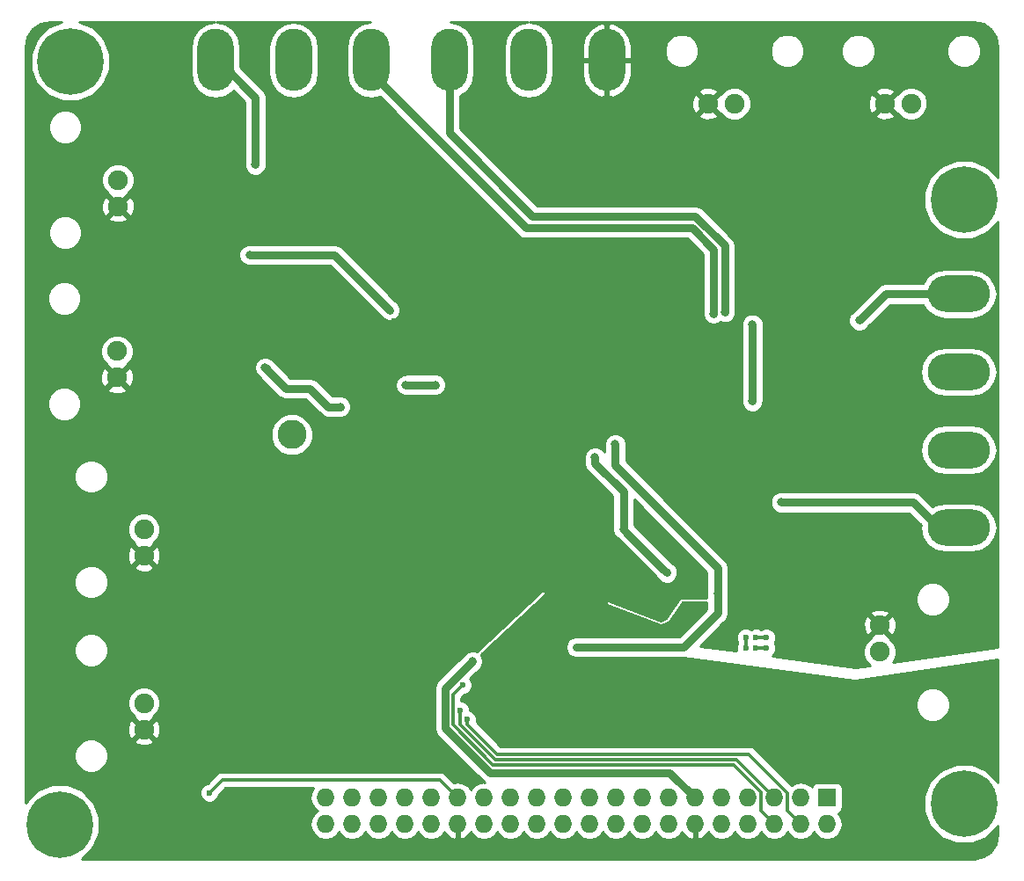
<source format=gbr>
G04 #@! TF.FileFunction,Copper,L2,Bot,Signal*
%FSLAX46Y46*%
G04 Gerber Fmt 4.6, Leading zero omitted, Abs format (unit mm)*
G04 Created by KiCad (PCBNEW (2016-10-09 revision 6d27087)-master) date 2016 November 17, Thursday 15:53:54*
%MOMM*%
%LPD*%
G01*
G04 APERTURE LIST*
%ADD10C,0.100000*%
%ADD11C,6.400000*%
%ADD12R,1.727200X1.727200*%
%ADD13O,1.727200X1.727200*%
%ADD14C,1.900000*%
%ADD15C,2.800000*%
%ADD16O,3.500000X6.000000*%
%ADD17O,6.000000X3.500000*%
%ADD18C,0.600000*%
%ADD19C,0.800000*%
%ADD20C,0.300000*%
%ADD21C,0.250000*%
%ADD22C,0.800000*%
%ADD23C,0.254000*%
G04 APERTURE END LIST*
D10*
D11*
X100000000Y-52500000D03*
X99000000Y-126000000D03*
X186000000Y-124000000D03*
X186000000Y-65825000D03*
D12*
X172830000Y-123425000D03*
D13*
X172830000Y-125965000D03*
X170290000Y-123425000D03*
X170290000Y-125965000D03*
X167750000Y-123425000D03*
X167750000Y-125965000D03*
X165210000Y-123425000D03*
X165210000Y-125965000D03*
X162670000Y-123425000D03*
X162670000Y-125965000D03*
X160130000Y-123425000D03*
X160130000Y-125965000D03*
X157590000Y-123425000D03*
X157590000Y-125965000D03*
X155050000Y-123425000D03*
X155050000Y-125965000D03*
X152510000Y-123425000D03*
X152510000Y-125965000D03*
X149970000Y-123425000D03*
X149970000Y-125965000D03*
X147430000Y-123425000D03*
X147430000Y-125965000D03*
X144890000Y-123425000D03*
X144890000Y-125965000D03*
X142350000Y-123425000D03*
X142350000Y-125965000D03*
X139810000Y-123425000D03*
X139810000Y-125965000D03*
X137270000Y-123425000D03*
X137270000Y-125965000D03*
X134730000Y-123425000D03*
X134730000Y-125965000D03*
X132190000Y-123425000D03*
X132190000Y-125965000D03*
X129650000Y-123425000D03*
X129650000Y-125965000D03*
X127110000Y-123425000D03*
X127110000Y-125965000D03*
X124570000Y-123425000D03*
X124570000Y-125965000D03*
D14*
X104580000Y-63920000D03*
X104580000Y-66460000D03*
D15*
X121325000Y-88450000D03*
D14*
X104500000Y-80420000D03*
X104500000Y-82960000D03*
X107080000Y-114295000D03*
X107080000Y-116835000D03*
X107080000Y-100120000D03*
X107080000Y-97580000D03*
X177920000Y-106840000D03*
X177920000Y-109380000D03*
X163920000Y-56580000D03*
X161380000Y-56580000D03*
X178380000Y-56580000D03*
X180920000Y-56580000D03*
D16*
X144130000Y-52400000D03*
X151630000Y-52400000D03*
X113975000Y-52400000D03*
X121475000Y-52400000D03*
X128975000Y-52400000D03*
X136475000Y-52400000D03*
D17*
X185500000Y-74910000D03*
X185500000Y-82410000D03*
X185500000Y-89910000D03*
X185500000Y-97410000D03*
D18*
X167000000Y-109000000D03*
X166000000Y-109000000D03*
X165000000Y-109000000D03*
X165000000Y-108000000D03*
X166000000Y-108000000D03*
X167000000Y-108000000D03*
X156000000Y-102000000D03*
X144000000Y-104500000D03*
X159000000Y-103000000D03*
X160000000Y-103000000D03*
X161000000Y-103000000D03*
X161000000Y-102000000D03*
X159000000Y-102000000D03*
X160000000Y-102000000D03*
X160000000Y-101000000D03*
X159000000Y-101000000D03*
X159000000Y-100000000D03*
X157000000Y-98000000D03*
X158000000Y-99000000D03*
X149500000Y-93000000D03*
X150500000Y-93000000D03*
X151500000Y-94000000D03*
X150500000Y-94000000D03*
X149500000Y-94000000D03*
X148500000Y-94000000D03*
X147500000Y-95000000D03*
X148500000Y-95000000D03*
X149500000Y-95000000D03*
X150500000Y-95000000D03*
X150500000Y-96000000D03*
X149500000Y-96000000D03*
X148500000Y-96000000D03*
X147500000Y-96000000D03*
X148250000Y-118250000D03*
X149250000Y-118250000D03*
X149250000Y-117250000D03*
X148250000Y-117250000D03*
X148250000Y-116250000D03*
X149250000Y-116250000D03*
X149250000Y-115250000D03*
X148250000Y-115250000D03*
X148700000Y-112800000D03*
X153500000Y-116000000D03*
X154500000Y-117000000D03*
X153500000Y-117000000D03*
X153500000Y-118000000D03*
X154500000Y-118000000D03*
X155500000Y-118000000D03*
X156000000Y-103000000D03*
X157000000Y-103000000D03*
X157000000Y-104000000D03*
X157000000Y-105000000D03*
X157000000Y-106000000D03*
X159000000Y-105000000D03*
X159000000Y-106000000D03*
X159000000Y-107000000D03*
X160000000Y-106000000D03*
X160000000Y-105000000D03*
X161000000Y-105000000D03*
X181000000Y-121000000D03*
X182000000Y-121000000D03*
X183000000Y-121000000D03*
X183000000Y-120000000D03*
X183000000Y-119000000D03*
X183000000Y-118000000D03*
X182000000Y-118000000D03*
X181000000Y-118000000D03*
X171000000Y-120000000D03*
X171000000Y-121000000D03*
X172000000Y-121000000D03*
X173000000Y-121000000D03*
X173000000Y-120000000D03*
X161500000Y-115000000D03*
X160500000Y-115000000D03*
X159500000Y-115000000D03*
X158500000Y-115000000D03*
X158500000Y-116000000D03*
X159500000Y-116000000D03*
X160500000Y-116000000D03*
X161500000Y-116000000D03*
X162500000Y-116000000D03*
X162500000Y-115000000D03*
X146000000Y-103000000D03*
X145000000Y-100500000D03*
X144000000Y-100500000D03*
X144000000Y-101500000D03*
X144000000Y-102500000D03*
X144000000Y-103500000D03*
X145000000Y-103500000D03*
X168000000Y-83500000D03*
X174000000Y-84000000D03*
X174000000Y-85000000D03*
X175000000Y-85000000D03*
X176000000Y-85000000D03*
X177000000Y-85000000D03*
X177000000Y-84000000D03*
X168000000Y-79500000D03*
X172000000Y-80000000D03*
X174000000Y-78000000D03*
X173000000Y-78000000D03*
X172000000Y-78000000D03*
X172000000Y-79000000D03*
X171500000Y-74500000D03*
X171500000Y-73500000D03*
X171500000Y-72500000D03*
X170500000Y-72500000D03*
X169500000Y-72500000D03*
X169500000Y-73500000D03*
X169500000Y-74500000D03*
X125000000Y-67000000D03*
X126000000Y-67000000D03*
X127000000Y-67000000D03*
X127000000Y-68000000D03*
X126000000Y-68000000D03*
X125000000Y-68000000D03*
X129000000Y-69000000D03*
X128000000Y-69000000D03*
X128000000Y-70000000D03*
X129000000Y-70000000D03*
X129000000Y-71000000D03*
X129000000Y-72000000D03*
X128000000Y-72000000D03*
X128000000Y-71000000D03*
X127000000Y-71000000D03*
X127000000Y-70000000D03*
X127000000Y-69000000D03*
X126000000Y-69000000D03*
X125000000Y-69000000D03*
X124000000Y-69000000D03*
X124000000Y-68000000D03*
X124000000Y-67000000D03*
X123000000Y-67000000D03*
X122000000Y-67000000D03*
X115500000Y-74000000D03*
X113500000Y-76000000D03*
X115500000Y-75000000D03*
X114500000Y-74000000D03*
X113500000Y-74000000D03*
X113500000Y-75000000D03*
X115500000Y-79000000D03*
X114500000Y-79000000D03*
X114500000Y-80000000D03*
X114500000Y-81000000D03*
X115500000Y-86500000D03*
X116500000Y-86500000D03*
X117500000Y-86500000D03*
X118500000Y-86500000D03*
X118500000Y-85500000D03*
X125000000Y-83000000D03*
X125000000Y-84000000D03*
X126000000Y-84000000D03*
X126000000Y-83000000D03*
X125500000Y-87500000D03*
X125500000Y-88500000D03*
X126500000Y-88500000D03*
X127500000Y-88500000D03*
X128500000Y-88500000D03*
X128500000Y-87500000D03*
X128500000Y-86500000D03*
X150000000Y-76000000D03*
X149000000Y-76000000D03*
X148000000Y-76000000D03*
X147000000Y-76000000D03*
X146000000Y-76000000D03*
X150000000Y-80500000D03*
X149000000Y-80500000D03*
X148000000Y-80500000D03*
X147000000Y-80500000D03*
X146000000Y-80500000D03*
X154000000Y-73000000D03*
X155000000Y-73000000D03*
X155000000Y-74000000D03*
X155000000Y-75000000D03*
X155000000Y-76000000D03*
X154000000Y-76000000D03*
X153000000Y-76000000D03*
X152000000Y-76000000D03*
X151000000Y-76000000D03*
X151000000Y-75000000D03*
X151000000Y-74000000D03*
X151000000Y-73000000D03*
X152000000Y-73000000D03*
X153000000Y-73000000D03*
X141000000Y-76000000D03*
X142000000Y-76000000D03*
X143000000Y-76000000D03*
X144000000Y-76000000D03*
X145000000Y-76000000D03*
X145000000Y-75000000D03*
X145000000Y-74000000D03*
X145000000Y-73000000D03*
X144000000Y-73000000D03*
X143000000Y-73000000D03*
X142000000Y-73000000D03*
X141000000Y-73000000D03*
X138000000Y-81000000D03*
X138000000Y-82000000D03*
X137000000Y-82000000D03*
X136000000Y-82000000D03*
X135000000Y-82000000D03*
X135000000Y-81000000D03*
X135000000Y-80000000D03*
X135000000Y-79000000D03*
X135000000Y-78000000D03*
X136000000Y-78000000D03*
X137000000Y-78000000D03*
X138000000Y-78000000D03*
X138000000Y-79000000D03*
X138000000Y-80000000D03*
X139000000Y-85000000D03*
X138000000Y-85000000D03*
X138000000Y-86000000D03*
X138000000Y-87000000D03*
X138000000Y-88000000D03*
X138000000Y-89000000D03*
X139000000Y-89000000D03*
X140000000Y-89000000D03*
X141000000Y-89000000D03*
X141000000Y-88000000D03*
X141000000Y-87000000D03*
X141000000Y-86000000D03*
X141000000Y-85000000D03*
X140000000Y-85000000D03*
X152500000Y-86500000D03*
X151500000Y-86500000D03*
X150500000Y-86500000D03*
X150500000Y-85500000D03*
X150500000Y-84500000D03*
X150500000Y-83500000D03*
X150500000Y-82500000D03*
X151500000Y-82500000D03*
X152500000Y-82500000D03*
X148326000Y-77209500D03*
X148326000Y-78054500D03*
X148326000Y-78899500D03*
X148326000Y-79744500D03*
X146996000Y-79744500D03*
X146996000Y-78899500D03*
X146996000Y-78054500D03*
X146996000Y-77209500D03*
X114600000Y-126000000D03*
X114100000Y-125500000D03*
X113600000Y-125000000D03*
X114600000Y-124000000D03*
X115100000Y-124500000D03*
X115600000Y-125000000D03*
X147842500Y-106287500D03*
X149567500Y-106287500D03*
X149567500Y-104562500D03*
X147842500Y-104562500D03*
X130250000Y-78405000D03*
X172085000Y-83255000D03*
X171655000Y-83845000D03*
X171345000Y-83215000D03*
X125490000Y-78345000D03*
X125490000Y-79475000D03*
X126210000Y-80285000D03*
X126500000Y-79135000D03*
X126530000Y-77925000D03*
X131155000Y-77490000D03*
X130230000Y-77490000D03*
X129305000Y-77490000D03*
X163500000Y-100000000D03*
X164500000Y-100000000D03*
X164500000Y-101000000D03*
X163500000Y-101000000D03*
D19*
X138700000Y-110275000D03*
X117250000Y-71150000D03*
X130750000Y-76465000D03*
X132305001Y-83689999D03*
X135125000Y-83650000D03*
X118730000Y-81990000D03*
X126005000Y-85765000D03*
D18*
X113390380Y-122940380D03*
X148705000Y-108925000D03*
D19*
X162300000Y-103725000D03*
X152450000Y-89375000D03*
X157424998Y-101750000D03*
X150500000Y-90625000D03*
X153230001Y-97555001D03*
X165650000Y-85250000D03*
X165650000Y-77825000D03*
D18*
X137750010Y-112575000D03*
X137475000Y-114975000D03*
X138200000Y-115900000D03*
D19*
X175925000Y-77455000D03*
X117825000Y-62475000D03*
X163000000Y-76675000D03*
X161900000Y-76800000D03*
X168400000Y-94974998D03*
D20*
X166000000Y-109000000D02*
X167000000Y-109000000D01*
X165000000Y-108000000D02*
X165000000Y-109000000D01*
X167000000Y-108000000D02*
X166000000Y-108000000D01*
X161000000Y-103000000D02*
X160000000Y-103000000D01*
X160000000Y-102000000D02*
X161000000Y-102000000D01*
X160000000Y-101000000D02*
X160000000Y-102000000D01*
X159000000Y-100000000D02*
X159000000Y-101000000D01*
X158000000Y-99000000D02*
X157000000Y-98000000D01*
X150500000Y-93000000D02*
X149500000Y-93000000D01*
X150500000Y-94000000D02*
X151500000Y-94000000D01*
X148500000Y-94000000D02*
X149500000Y-94000000D01*
X148500000Y-95000000D02*
X147500000Y-95000000D01*
X150500000Y-95000000D02*
X149500000Y-95000000D01*
X149500000Y-96000000D02*
X150500000Y-96000000D01*
X147500000Y-96000000D02*
X148500000Y-96000000D01*
X149250000Y-117250000D02*
X149250000Y-118250000D01*
X148250000Y-116250000D02*
X148250000Y-117250000D01*
X149250000Y-115250000D02*
X149250000Y-116250000D01*
X148700000Y-112800000D02*
X148700000Y-114800000D01*
X148700000Y-114800000D02*
X148250000Y-115250000D01*
X154500000Y-117000000D02*
X153500000Y-116000000D01*
X153500000Y-118000000D02*
X153500000Y-117000000D01*
X155500000Y-118000000D02*
X154500000Y-118000000D01*
X157000000Y-104000000D02*
X157000000Y-103000000D01*
X157000000Y-106000000D02*
X157000000Y-105000000D01*
X159000000Y-106000000D02*
X159000000Y-105000000D01*
X160000000Y-106000000D02*
X159000000Y-107000000D01*
X161000000Y-105000000D02*
X160000000Y-105000000D01*
X182000000Y-121000000D02*
X181000000Y-121000000D01*
X183000000Y-120000000D02*
X183000000Y-121000000D01*
X183000000Y-118000000D02*
X183000000Y-119000000D01*
X181000000Y-118000000D02*
X182000000Y-118000000D01*
X172000000Y-121000000D02*
X171000000Y-121000000D01*
X173000000Y-120000000D02*
X173000000Y-121000000D01*
X159500000Y-115000000D02*
X160500000Y-115000000D01*
X158500000Y-116000000D02*
X158500000Y-115000000D01*
X160500000Y-116000000D02*
X159500000Y-116000000D01*
X162500000Y-116000000D02*
X161500000Y-116000000D01*
X162500000Y-115000000D02*
X162500000Y-116000000D01*
X145000000Y-100500000D02*
X144000000Y-100500000D01*
X144000000Y-101500000D02*
X144000000Y-102500000D01*
X144000000Y-103500000D02*
X145000000Y-103500000D01*
X174000000Y-85000000D02*
X174000000Y-84000000D01*
X176000000Y-85000000D02*
X175000000Y-85000000D01*
X177000000Y-84000000D02*
X177000000Y-85000000D01*
X173000000Y-78000000D02*
X174000000Y-78000000D01*
X172000000Y-79000000D02*
X172000000Y-78000000D01*
X171500000Y-72500000D02*
X171500000Y-73500000D01*
X169500000Y-72500000D02*
X170500000Y-72500000D01*
X169500000Y-74500000D02*
X169500000Y-73500000D01*
X127000000Y-67000000D02*
X126000000Y-67000000D01*
X127000000Y-68000000D02*
X127000000Y-67000000D01*
X125000000Y-68000000D02*
X126000000Y-68000000D01*
X128000000Y-69000000D02*
X129000000Y-69000000D01*
X129000000Y-70000000D02*
X128000000Y-70000000D01*
X129000000Y-72000000D02*
X129000000Y-71000000D01*
X128000000Y-71000000D02*
X128000000Y-72000000D01*
X127000000Y-70000000D02*
X127000000Y-71000000D01*
X126000000Y-69000000D02*
X127000000Y-69000000D01*
X124000000Y-69000000D02*
X125000000Y-69000000D01*
X124000000Y-67000000D02*
X124000000Y-68000000D01*
X122000000Y-67000000D02*
X123000000Y-67000000D01*
X114500000Y-74000000D02*
X115500000Y-74000000D01*
X115500000Y-75000000D02*
X115500000Y-74000000D01*
X113500000Y-75000000D02*
X113500000Y-74000000D01*
X114500000Y-79000000D02*
X115500000Y-79000000D01*
X114500000Y-81000000D02*
X114500000Y-80000000D01*
X117500000Y-86500000D02*
X116500000Y-86500000D01*
X118500000Y-85500000D02*
X118500000Y-86500000D01*
X125000000Y-84000000D02*
X125000000Y-83000000D01*
X126000000Y-83000000D02*
X126000000Y-84000000D01*
X126500000Y-88500000D02*
X125500000Y-88500000D01*
X128500000Y-88500000D02*
X127500000Y-88500000D01*
X128500000Y-86500000D02*
X128500000Y-87500000D01*
X149000000Y-76000000D02*
X150000000Y-76000000D01*
X147000000Y-76000000D02*
X148000000Y-76000000D01*
X146996000Y-77209500D02*
X146996000Y-76996000D01*
X146996000Y-76996000D02*
X146000000Y-76000000D01*
X148000000Y-80500000D02*
X149000000Y-80500000D01*
X146000000Y-80500000D02*
X147000000Y-80500000D01*
X155000000Y-73000000D02*
X154000000Y-73000000D01*
X155000000Y-75000000D02*
X155000000Y-74000000D01*
X154000000Y-76000000D02*
X155000000Y-76000000D01*
X152000000Y-76000000D02*
X153000000Y-76000000D01*
X151000000Y-75000000D02*
X151000000Y-76000000D01*
X151000000Y-73000000D02*
X151000000Y-74000000D01*
X153000000Y-73000000D02*
X152000000Y-73000000D01*
X142000000Y-76000000D02*
X141000000Y-76000000D01*
X144000000Y-76000000D02*
X143000000Y-76000000D01*
X145000000Y-75000000D02*
X145000000Y-76000000D01*
X145000000Y-73000000D02*
X145000000Y-74000000D01*
X143000000Y-73000000D02*
X144000000Y-73000000D01*
X141000000Y-73000000D02*
X142000000Y-73000000D01*
X138000000Y-82000000D02*
X138000000Y-81000000D01*
X136000000Y-82000000D02*
X137000000Y-82000000D01*
X135000000Y-81000000D02*
X135000000Y-82000000D01*
X135000000Y-79000000D02*
X135000000Y-80000000D01*
X136000000Y-78000000D02*
X135000000Y-78000000D01*
X138000000Y-78000000D02*
X137000000Y-78000000D01*
X138000000Y-80000000D02*
X138000000Y-79000000D01*
X138000000Y-85000000D02*
X139000000Y-85000000D01*
X138000000Y-87000000D02*
X138000000Y-86000000D01*
X138000000Y-89000000D02*
X138000000Y-88000000D01*
X140000000Y-89000000D02*
X139000000Y-89000000D01*
X141000000Y-88000000D02*
X141000000Y-89000000D01*
X141000000Y-86000000D02*
X141000000Y-87000000D01*
X140000000Y-85000000D02*
X141000000Y-85000000D01*
X150500000Y-86500000D02*
X151500000Y-86500000D01*
X150500000Y-84500000D02*
X150500000Y-85500000D01*
X150500000Y-82500000D02*
X150500000Y-83500000D01*
X152500000Y-82500000D02*
X151500000Y-82500000D01*
X114100000Y-125500000D02*
X114600000Y-126000000D01*
X114600000Y-124000000D02*
X113600000Y-125000000D01*
X115600000Y-125000000D02*
X115100000Y-124500000D01*
D21*
X172085000Y-83255000D02*
X171385000Y-83255000D01*
X171385000Y-83255000D02*
X171345000Y-83215000D01*
X171345000Y-83215000D02*
X171345000Y-83535000D01*
X171345000Y-83535000D02*
X171655000Y-83845000D01*
D22*
X125490000Y-79475000D02*
X125490000Y-78345000D01*
X126500000Y-79135000D02*
X126500000Y-79995000D01*
X126500000Y-79995000D02*
X126210000Y-80285000D01*
X129305000Y-77490000D02*
X126965000Y-77490000D01*
X126965000Y-77490000D02*
X126530000Y-77925000D01*
D21*
X129305000Y-77490000D02*
X130230000Y-77490000D01*
D20*
X164500000Y-100000000D02*
X163500000Y-100000000D01*
X163500000Y-101000000D02*
X164500000Y-101000000D01*
D22*
X138300001Y-110674999D02*
X138700000Y-110275000D01*
X136074988Y-112900012D02*
X138300001Y-110674999D01*
X136074988Y-116717783D02*
X136074988Y-112900012D01*
X140357237Y-121000032D02*
X136074988Y-116717783D01*
X160130000Y-123425000D02*
X157705032Y-121000032D01*
X157705032Y-121000032D02*
X140357237Y-121000032D01*
X135125000Y-83650000D02*
X132345000Y-83650000D01*
X132345000Y-83650000D02*
X132305001Y-83689999D01*
X130750000Y-76465000D02*
X130715000Y-76465000D01*
X130715000Y-76465000D02*
X125400000Y-71150000D01*
X125400000Y-71150000D02*
X117250000Y-71150000D01*
X132320000Y-83675000D02*
X132305001Y-83689999D01*
X118730000Y-81990000D02*
X120755000Y-84015000D01*
X120755000Y-84015000D02*
X123080000Y-84015000D01*
X123080000Y-84015000D02*
X124830000Y-85765000D01*
X125805000Y-85765000D02*
X126005000Y-85765000D01*
X124830000Y-85765000D02*
X125805000Y-85765000D01*
X118730000Y-81990000D02*
X118780000Y-81990000D01*
X118780000Y-81990000D02*
X118977119Y-82187119D01*
D20*
X114625000Y-121700000D02*
X135545000Y-121700000D01*
X136406401Y-122561401D02*
X137270000Y-123425000D01*
X135545000Y-121700000D02*
X136406401Y-122561401D01*
X113390380Y-122934620D02*
X114625000Y-121700000D01*
D22*
X148705000Y-108925000D02*
X159050000Y-108925000D01*
X159050000Y-108925000D02*
X162322499Y-105652501D01*
X162300000Y-105630002D02*
X162300000Y-103725000D01*
D21*
X113390380Y-122940380D02*
X113390380Y-122934620D01*
D22*
X152450000Y-89375000D02*
X152450000Y-91425000D01*
X152450000Y-91425000D02*
X162300000Y-101275000D01*
X162300000Y-101275000D02*
X162300000Y-103725000D01*
X157024999Y-101350001D02*
X157424998Y-101750000D01*
X153630000Y-97955002D02*
X157024999Y-101350001D01*
X153230001Y-97555001D02*
X153630000Y-97955002D01*
X153230001Y-97555001D02*
X153230001Y-93955001D01*
X153230001Y-93955001D02*
X150500000Y-91225000D01*
X150500000Y-91225000D02*
X150500000Y-90625000D01*
X165650000Y-78390685D02*
X165650000Y-85250000D01*
X165650000Y-77825000D02*
X165650000Y-78390685D01*
D20*
X140667902Y-120250022D02*
X136824999Y-116407119D01*
X137450011Y-112874999D02*
X137750010Y-112575000D01*
X163831152Y-120250022D02*
X140667902Y-120250022D01*
X166475000Y-122893870D02*
X163831152Y-120250022D01*
X166475000Y-124690000D02*
X166475000Y-122893870D01*
X167750000Y-125965000D02*
X166475000Y-124690000D01*
X136824999Y-113500011D02*
X137450011Y-112874999D01*
X136824999Y-116407119D02*
X136824999Y-113500011D01*
X164075011Y-119750011D02*
X140892889Y-119750011D01*
X137475000Y-116332122D02*
X137475000Y-115399264D01*
X140892889Y-119750011D02*
X137475000Y-116332122D01*
X167750000Y-123425000D02*
X164075011Y-119750011D01*
X137475000Y-115399264D02*
X137475000Y-114975000D01*
X169025000Y-124700000D02*
X170290000Y-125965000D01*
X169025000Y-122950000D02*
X169025000Y-124700000D01*
X141100000Y-119250000D02*
X165325000Y-119250000D01*
X138200000Y-115900000D02*
X138200000Y-116350000D01*
X138200000Y-116350000D02*
X141100000Y-119250000D01*
X165325000Y-119250000D02*
X169025000Y-122950000D01*
D22*
X175925000Y-77455000D02*
X175925000Y-77450000D01*
X175925000Y-77450000D02*
X178465000Y-74910000D01*
X178465000Y-74910000D02*
X185500000Y-74910000D01*
X113975000Y-52400000D02*
X114225000Y-52400000D01*
X114225000Y-52400000D02*
X117825000Y-56000000D01*
X117825000Y-56000000D02*
X117825000Y-62475000D01*
X113975000Y-52400000D02*
X113975000Y-54505000D01*
X114000000Y-53500000D02*
X114000000Y-52315000D01*
X163000000Y-76675000D02*
X162975000Y-76650000D01*
X162975000Y-76650000D02*
X162975000Y-70245000D01*
X162975000Y-70245000D02*
X160155000Y-67425000D01*
X160155000Y-67425000D02*
X144500000Y-67425000D01*
X144500000Y-67425000D02*
X136475000Y-59400000D01*
X136475000Y-59400000D02*
X136475000Y-52400000D01*
X161900000Y-76800000D02*
X161900000Y-70620000D01*
X161900000Y-70620000D02*
X159830000Y-68550000D01*
X159830000Y-68550000D02*
X143875000Y-68550000D01*
X128975000Y-53650000D02*
X128975000Y-52400000D01*
X143875000Y-68550000D02*
X128975000Y-53650000D01*
X129315000Y-52315000D02*
X129000000Y-52315000D01*
X185500000Y-97410000D02*
X185490000Y-97400000D01*
X183575000Y-97400000D02*
X181150000Y-94975000D01*
X185490000Y-97400000D02*
X183575000Y-97400000D01*
X181150000Y-94975000D02*
X168400002Y-94975000D01*
X168400002Y-94975000D02*
X168400000Y-94974998D01*
D23*
G36*
X97830485Y-49246950D02*
X96750741Y-50324811D01*
X96165667Y-51733825D01*
X96164336Y-53259482D01*
X96746950Y-54669515D01*
X97824811Y-55749259D01*
X99233825Y-56334333D01*
X100759482Y-56335664D01*
X102169515Y-55753050D01*
X103249259Y-54675189D01*
X103834333Y-53266175D01*
X103835664Y-51740518D01*
X103253050Y-50330485D01*
X102175189Y-49250741D01*
X100872941Y-48710000D01*
X113893487Y-48710000D01*
X113062300Y-48875333D01*
X112288550Y-49392336D01*
X111771547Y-50166086D01*
X111590000Y-51078786D01*
X111590000Y-53721214D01*
X111771547Y-54633914D01*
X112288550Y-55407664D01*
X113062300Y-55924667D01*
X113975000Y-56106214D01*
X114887700Y-55924667D01*
X115661450Y-55407664D01*
X115704509Y-55343221D01*
X116790000Y-56428711D01*
X116790000Y-62474670D01*
X116789821Y-62679971D01*
X116947058Y-63060515D01*
X117237954Y-63351919D01*
X117618223Y-63509820D01*
X118029971Y-63510179D01*
X118410515Y-63352942D01*
X118701919Y-63062046D01*
X118859820Y-62681777D01*
X118860179Y-62270029D01*
X118860000Y-62269596D01*
X118860000Y-56000005D01*
X118860001Y-56000000D01*
X118781215Y-55603923D01*
X118662500Y-55426253D01*
X118556856Y-55268144D01*
X118556853Y-55268142D01*
X116360000Y-53071288D01*
X116360000Y-51078786D01*
X116178453Y-50166086D01*
X115661450Y-49392336D01*
X114887700Y-48875333D01*
X114056513Y-48710000D01*
X121393487Y-48710000D01*
X120562300Y-48875333D01*
X119788550Y-49392336D01*
X119271547Y-50166086D01*
X119090000Y-51078786D01*
X119090000Y-53721214D01*
X119271547Y-54633914D01*
X119788550Y-55407664D01*
X120562300Y-55924667D01*
X121475000Y-56106214D01*
X122387700Y-55924667D01*
X123161450Y-55407664D01*
X123678453Y-54633914D01*
X123860000Y-53721214D01*
X123860000Y-51078786D01*
X123678453Y-50166086D01*
X123161450Y-49392336D01*
X122387700Y-48875333D01*
X121556513Y-48710000D01*
X128893487Y-48710000D01*
X128062300Y-48875333D01*
X127288550Y-49392336D01*
X126771547Y-50166086D01*
X126590000Y-51078786D01*
X126590000Y-53721214D01*
X126771547Y-54633914D01*
X127288550Y-55407664D01*
X128062300Y-55924667D01*
X128975000Y-56106214D01*
X129802836Y-55941548D01*
X143143142Y-69281853D01*
X143143144Y-69281856D01*
X143478923Y-69506215D01*
X143875000Y-69585001D01*
X143875005Y-69585000D01*
X159401288Y-69585000D01*
X160865000Y-71048711D01*
X160865000Y-76799670D01*
X160864821Y-77004971D01*
X161022058Y-77385515D01*
X161312954Y-77676919D01*
X161693223Y-77834820D01*
X162104971Y-77835179D01*
X162485515Y-77677942D01*
X162553356Y-77610219D01*
X162793223Y-77709820D01*
X163204971Y-77710179D01*
X163585515Y-77552942D01*
X163876919Y-77262046D01*
X164034820Y-76881777D01*
X164035179Y-76470029D01*
X164010000Y-76409091D01*
X164010000Y-70245005D01*
X164010001Y-70245000D01*
X163931215Y-69848922D01*
X163804536Y-69659333D01*
X163706856Y-69513144D01*
X163706853Y-69513142D01*
X160886856Y-66693144D01*
X160551077Y-66468785D01*
X160155000Y-66389999D01*
X160154995Y-66390000D01*
X144928711Y-66390000D01*
X137510000Y-58971288D01*
X137510000Y-57696350D01*
X160443255Y-57696350D01*
X160535792Y-57958019D01*
X161127398Y-58176188D01*
X161757461Y-58151352D01*
X162224208Y-57958019D01*
X162316745Y-57696350D01*
X161380000Y-56759605D01*
X160443255Y-57696350D01*
X137510000Y-57696350D01*
X137510000Y-56327398D01*
X159783812Y-56327398D01*
X159808648Y-56957461D01*
X160001981Y-57424208D01*
X160263650Y-57516745D01*
X161200395Y-56580000D01*
X161559605Y-56580000D01*
X162496350Y-57516745D01*
X162584439Y-57485593D01*
X163020997Y-57922914D01*
X163603341Y-58164724D01*
X164233893Y-58165275D01*
X164816657Y-57924481D01*
X165045186Y-57696350D01*
X177443255Y-57696350D01*
X177535792Y-57958019D01*
X178127398Y-58176188D01*
X178757461Y-58151352D01*
X179224208Y-57958019D01*
X179316745Y-57696350D01*
X178380000Y-56759605D01*
X177443255Y-57696350D01*
X165045186Y-57696350D01*
X165262914Y-57479003D01*
X165504724Y-56896659D01*
X165505221Y-56327398D01*
X176783812Y-56327398D01*
X176808648Y-56957461D01*
X177001981Y-57424208D01*
X177263650Y-57516745D01*
X178200395Y-56580000D01*
X178559605Y-56580000D01*
X179496350Y-57516745D01*
X179584439Y-57485593D01*
X180020997Y-57922914D01*
X180603341Y-58164724D01*
X181233893Y-58165275D01*
X181816657Y-57924481D01*
X182262914Y-57479003D01*
X182504724Y-56896659D01*
X182505275Y-56266107D01*
X182264481Y-55683343D01*
X181819003Y-55237086D01*
X181236659Y-54995276D01*
X180606107Y-54994725D01*
X180023343Y-55235519D01*
X179583884Y-55674211D01*
X179496350Y-55643255D01*
X178559605Y-56580000D01*
X178200395Y-56580000D01*
X177263650Y-55643255D01*
X177001981Y-55735792D01*
X176783812Y-56327398D01*
X165505221Y-56327398D01*
X165505275Y-56266107D01*
X165264481Y-55683343D01*
X165045172Y-55463650D01*
X177443255Y-55463650D01*
X178380000Y-56400395D01*
X179316745Y-55463650D01*
X179224208Y-55201981D01*
X178632602Y-54983812D01*
X178002539Y-55008648D01*
X177535792Y-55201981D01*
X177443255Y-55463650D01*
X165045172Y-55463650D01*
X164819003Y-55237086D01*
X164236659Y-54995276D01*
X163606107Y-54994725D01*
X163023343Y-55235519D01*
X162583884Y-55674211D01*
X162496350Y-55643255D01*
X161559605Y-56580000D01*
X161200395Y-56580000D01*
X160263650Y-55643255D01*
X160001981Y-55735792D01*
X159783812Y-56327398D01*
X137510000Y-56327398D01*
X137510000Y-55842949D01*
X138161450Y-55407664D01*
X138678453Y-54633914D01*
X138860000Y-53721214D01*
X138860000Y-51078786D01*
X138678453Y-50166086D01*
X138161450Y-49392336D01*
X137387700Y-48875333D01*
X136556513Y-48710000D01*
X144048487Y-48710000D01*
X143217300Y-48875333D01*
X142443550Y-49392336D01*
X141926547Y-50166086D01*
X141745000Y-51078786D01*
X141745000Y-53721214D01*
X141926547Y-54633914D01*
X142443550Y-55407664D01*
X143217300Y-55924667D01*
X144130000Y-56106214D01*
X145042700Y-55924667D01*
X145816450Y-55407664D01*
X146333453Y-54633914D01*
X146515000Y-53721214D01*
X146515000Y-52527000D01*
X149245000Y-52527000D01*
X149245000Y-53777000D01*
X149475148Y-54680033D01*
X150033353Y-55426253D01*
X150834633Y-55902054D01*
X151131997Y-55982427D01*
X151503000Y-55872625D01*
X151503000Y-52527000D01*
X151757000Y-52527000D01*
X151757000Y-55872625D01*
X152128003Y-55982427D01*
X152425367Y-55902054D01*
X153163668Y-55463650D01*
X160443255Y-55463650D01*
X161380000Y-56400395D01*
X162316745Y-55463650D01*
X162224208Y-55201981D01*
X161632602Y-54983812D01*
X161002539Y-55008648D01*
X160535792Y-55201981D01*
X160443255Y-55463650D01*
X153163668Y-55463650D01*
X153226647Y-55426253D01*
X153784852Y-54680033D01*
X154015000Y-53777000D01*
X154015000Y-52527000D01*
X151757000Y-52527000D01*
X151503000Y-52527000D01*
X149245000Y-52527000D01*
X146515000Y-52527000D01*
X146515000Y-51078786D01*
X146503904Y-51023000D01*
X149245000Y-51023000D01*
X149245000Y-52273000D01*
X151503000Y-52273000D01*
X151503000Y-48927375D01*
X151757000Y-48927375D01*
X151757000Y-52273000D01*
X154015000Y-52273000D01*
X154015000Y-51823795D01*
X157204716Y-51823795D01*
X157453106Y-52424943D01*
X157912637Y-52885278D01*
X158513352Y-53134716D01*
X159163795Y-53135284D01*
X159764943Y-52886894D01*
X160225278Y-52427363D01*
X160474716Y-51826648D01*
X160474718Y-51823795D01*
X167364716Y-51823795D01*
X167613106Y-52424943D01*
X168072637Y-52885278D01*
X168673352Y-53134716D01*
X169323795Y-53135284D01*
X169924943Y-52886894D01*
X170385278Y-52427363D01*
X170634716Y-51826648D01*
X170634718Y-51823795D01*
X174204716Y-51823795D01*
X174453106Y-52424943D01*
X174912637Y-52885278D01*
X175513352Y-53134716D01*
X176163795Y-53135284D01*
X176764943Y-52886894D01*
X177225278Y-52427363D01*
X177474716Y-51826648D01*
X177474718Y-51823795D01*
X184364716Y-51823795D01*
X184613106Y-52424943D01*
X185072637Y-52885278D01*
X185673352Y-53134716D01*
X186323795Y-53135284D01*
X186924943Y-52886894D01*
X187385278Y-52427363D01*
X187634716Y-51826648D01*
X187635284Y-51176205D01*
X187386894Y-50575057D01*
X186927363Y-50114722D01*
X186326648Y-49865284D01*
X185676205Y-49864716D01*
X185075057Y-50113106D01*
X184614722Y-50572637D01*
X184365284Y-51173352D01*
X184364716Y-51823795D01*
X177474718Y-51823795D01*
X177475284Y-51176205D01*
X177226894Y-50575057D01*
X176767363Y-50114722D01*
X176166648Y-49865284D01*
X175516205Y-49864716D01*
X174915057Y-50113106D01*
X174454722Y-50572637D01*
X174205284Y-51173352D01*
X174204716Y-51823795D01*
X170634718Y-51823795D01*
X170635284Y-51176205D01*
X170386894Y-50575057D01*
X169927363Y-50114722D01*
X169326648Y-49865284D01*
X168676205Y-49864716D01*
X168075057Y-50113106D01*
X167614722Y-50572637D01*
X167365284Y-51173352D01*
X167364716Y-51823795D01*
X160474718Y-51823795D01*
X160475284Y-51176205D01*
X160226894Y-50575057D01*
X159767363Y-50114722D01*
X159166648Y-49865284D01*
X158516205Y-49864716D01*
X157915057Y-50113106D01*
X157454722Y-50572637D01*
X157205284Y-51173352D01*
X157204716Y-51823795D01*
X154015000Y-51823795D01*
X154015000Y-51023000D01*
X153784852Y-50119967D01*
X153226647Y-49373747D01*
X152425367Y-48897946D01*
X152128003Y-48817573D01*
X151757000Y-48927375D01*
X151503000Y-48927375D01*
X151131997Y-48817573D01*
X150834633Y-48897946D01*
X150033353Y-49373747D01*
X149475148Y-50119967D01*
X149245000Y-51023000D01*
X146503904Y-51023000D01*
X146333453Y-50166086D01*
X145816450Y-49392336D01*
X145042700Y-48875333D01*
X144211513Y-48710000D01*
X186930069Y-48710000D01*
X187871023Y-48897167D01*
X188609439Y-49390561D01*
X189102833Y-50128977D01*
X189290000Y-51069931D01*
X189290000Y-63744911D01*
X189253050Y-63655485D01*
X188175189Y-62575741D01*
X186766175Y-61990667D01*
X185240518Y-61989336D01*
X183830485Y-62571950D01*
X182750741Y-63649811D01*
X182165667Y-65058825D01*
X182164336Y-66584482D01*
X182746950Y-67994515D01*
X183824811Y-69074259D01*
X185233825Y-69659333D01*
X186759482Y-69660664D01*
X188169515Y-69078050D01*
X189249259Y-68000189D01*
X189290000Y-67902074D01*
X189290000Y-108940665D01*
X179186226Y-110355557D01*
X179262914Y-110279003D01*
X179504724Y-109696659D01*
X179505275Y-109066107D01*
X179264481Y-108483343D01*
X178825789Y-108043884D01*
X178856745Y-107956350D01*
X177920000Y-107019605D01*
X176983255Y-107956350D01*
X177014407Y-108044439D01*
X176577086Y-108480997D01*
X176335276Y-109063341D01*
X176334725Y-109693893D01*
X176575519Y-110276657D01*
X176964815Y-110666634D01*
X175499900Y-110871775D01*
X167551121Y-109770978D01*
X167792192Y-109530327D01*
X167934838Y-109186799D01*
X167935162Y-108814833D01*
X167804931Y-108499649D01*
X167934838Y-108186799D01*
X167935162Y-107814833D01*
X167793117Y-107471057D01*
X167530327Y-107207808D01*
X167186799Y-107065162D01*
X166814833Y-107064838D01*
X166499649Y-107195069D01*
X166186799Y-107065162D01*
X165814833Y-107064838D01*
X165499649Y-107195069D01*
X165186799Y-107065162D01*
X164814833Y-107064838D01*
X164471057Y-107206883D01*
X164207808Y-107469673D01*
X164065162Y-107813201D01*
X164064838Y-108185167D01*
X164195069Y-108500351D01*
X164065162Y-108813201D01*
X164064838Y-109185167D01*
X164109983Y-109294427D01*
X160626675Y-108812037D01*
X162851313Y-106587398D01*
X176323812Y-106587398D01*
X176348648Y-107217461D01*
X176541981Y-107684208D01*
X176803650Y-107776745D01*
X177740395Y-106840000D01*
X178099605Y-106840000D01*
X179036350Y-107776745D01*
X179298019Y-107684208D01*
X179516188Y-107092602D01*
X179491352Y-106462539D01*
X179298019Y-105995792D01*
X179036350Y-105903255D01*
X178099605Y-106840000D01*
X177740395Y-106840000D01*
X176803650Y-105903255D01*
X176541981Y-105995792D01*
X176323812Y-106587398D01*
X162851313Y-106587398D01*
X163054354Y-106384357D01*
X163278714Y-106048579D01*
X163343346Y-105723650D01*
X176983255Y-105723650D01*
X177920000Y-106660395D01*
X178856745Y-105723650D01*
X178764208Y-105461981D01*
X178172602Y-105243812D01*
X177542539Y-105268648D01*
X177075792Y-105461981D01*
X176983255Y-105723650D01*
X163343346Y-105723650D01*
X163357499Y-105652501D01*
X163335000Y-105539391D01*
X163335000Y-104623795D01*
X181364716Y-104623795D01*
X181613106Y-105224943D01*
X182072637Y-105685278D01*
X182673352Y-105934716D01*
X183323795Y-105935284D01*
X183924943Y-105686894D01*
X184385278Y-105227363D01*
X184634716Y-104626648D01*
X184635284Y-103976205D01*
X184386894Y-103375057D01*
X183927363Y-102914722D01*
X183326648Y-102665284D01*
X182676205Y-102664716D01*
X182075057Y-102913106D01*
X181614722Y-103372637D01*
X181365284Y-103973352D01*
X181364716Y-104623795D01*
X163335000Y-104623795D01*
X163335000Y-103725000D01*
X163335179Y-103520029D01*
X163335000Y-103519596D01*
X163335000Y-101275005D01*
X163335001Y-101275000D01*
X163256215Y-100878923D01*
X163081970Y-100618146D01*
X163031856Y-100543144D01*
X163031853Y-100543142D01*
X157668681Y-95179969D01*
X167364821Y-95179969D01*
X167522058Y-95560513D01*
X167812954Y-95851917D01*
X168193223Y-96009818D01*
X168399988Y-96009998D01*
X168400002Y-96010001D01*
X168400007Y-96010000D01*
X168401964Y-96010000D01*
X168604971Y-96010177D01*
X168605399Y-96010000D01*
X180721288Y-96010000D01*
X181848122Y-97136834D01*
X181793786Y-97410000D01*
X181975333Y-98322700D01*
X182492336Y-99096450D01*
X183266086Y-99613453D01*
X184178786Y-99795000D01*
X186821214Y-99795000D01*
X187733914Y-99613453D01*
X188507664Y-99096450D01*
X189024667Y-98322700D01*
X189206214Y-97410000D01*
X189024667Y-96497300D01*
X188507664Y-95723550D01*
X187733914Y-95206547D01*
X186821214Y-95025000D01*
X184178786Y-95025000D01*
X183266086Y-95206547D01*
X183013818Y-95375107D01*
X181881856Y-94243144D01*
X181546077Y-94018785D01*
X181150000Y-93939999D01*
X181149995Y-93940000D01*
X168402623Y-93940000D01*
X168400004Y-93939998D01*
X168400000Y-93939997D01*
X168399996Y-93939998D01*
X168195029Y-93939819D01*
X167814485Y-94097056D01*
X167523081Y-94387952D01*
X167365180Y-94768221D01*
X167365000Y-94974994D01*
X167364999Y-94974998D01*
X167365000Y-94975002D01*
X167364821Y-95179969D01*
X157668681Y-95179969D01*
X153485000Y-90996288D01*
X153485000Y-89910000D01*
X181793786Y-89910000D01*
X181975333Y-90822700D01*
X182492336Y-91596450D01*
X183266086Y-92113453D01*
X184178786Y-92295000D01*
X186821214Y-92295000D01*
X187733914Y-92113453D01*
X188507664Y-91596450D01*
X189024667Y-90822700D01*
X189206214Y-89910000D01*
X189024667Y-88997300D01*
X188507664Y-88223550D01*
X187733914Y-87706547D01*
X186821214Y-87525000D01*
X184178786Y-87525000D01*
X183266086Y-87706547D01*
X182492336Y-88223550D01*
X181975333Y-88997300D01*
X181793786Y-89910000D01*
X153485000Y-89910000D01*
X153485000Y-89375000D01*
X153485179Y-89170029D01*
X153327942Y-88789485D01*
X153037046Y-88498081D01*
X152656777Y-88340180D01*
X152245029Y-88339821D01*
X151864485Y-88497058D01*
X151573081Y-88787954D01*
X151415180Y-89168223D01*
X151414821Y-89579971D01*
X151415000Y-89580404D01*
X151415000Y-90129173D01*
X151377942Y-90039485D01*
X151087046Y-89748081D01*
X150706777Y-89590180D01*
X150295029Y-89589821D01*
X149914485Y-89747058D01*
X149623081Y-90037954D01*
X149465180Y-90418223D01*
X149464821Y-90829971D01*
X149465000Y-90830404D01*
X149465000Y-91224995D01*
X149464999Y-91225000D01*
X149543785Y-91621077D01*
X149768144Y-91956856D01*
X152195001Y-94383712D01*
X152195001Y-97554994D01*
X152195000Y-97554998D01*
X152195001Y-97555001D01*
X152194822Y-97759972D01*
X152352059Y-98140516D01*
X152642955Y-98431920D01*
X152643388Y-98432100D01*
X152898142Y-98686855D01*
X152898144Y-98686858D01*
X156293141Y-102081854D01*
X156293143Y-102081857D01*
X156693077Y-102481791D01*
X156837952Y-102626919D01*
X157218221Y-102784820D01*
X157424994Y-102785000D01*
X157424998Y-102785001D01*
X157425002Y-102785000D01*
X157629969Y-102785179D01*
X158010513Y-102627942D01*
X158301917Y-102337046D01*
X158459818Y-101956777D01*
X158459998Y-101750004D01*
X158459999Y-101750000D01*
X158459998Y-101749996D01*
X158460177Y-101545029D01*
X158302940Y-101164485D01*
X158012044Y-100873081D01*
X158011611Y-100872901D01*
X157756855Y-100618145D01*
X157756852Y-100618143D01*
X154361856Y-97223146D01*
X154361853Y-97223144D01*
X154265001Y-97126292D01*
X154265001Y-94703713D01*
X161265000Y-101703711D01*
X161265000Y-103724670D01*
X161264821Y-103929971D01*
X161265000Y-103930404D01*
X161265000Y-104198000D01*
X158725000Y-104198000D01*
X158654652Y-104219264D01*
X158619544Y-104254233D01*
X157365854Y-106122477D01*
X156847468Y-106338472D01*
X151744466Y-104431039D01*
X151700000Y-104423000D01*
X151651399Y-104432667D01*
X151610197Y-104460197D01*
X151582667Y-104501399D01*
X151573000Y-104550000D01*
X151573000Y-104775000D01*
X151584439Y-104827676D01*
X151613394Y-104867889D01*
X151655534Y-104893961D01*
X156805534Y-106818961D01*
X156852058Y-106826983D01*
X156900496Y-106816530D01*
X157650496Y-106491530D01*
X157705670Y-106445447D01*
X158917968Y-104627000D01*
X161265000Y-104627000D01*
X161265000Y-105246289D01*
X158621288Y-107890000D01*
X148705000Y-107890000D01*
X148308923Y-107968785D01*
X147973144Y-108193144D01*
X147748785Y-108528923D01*
X147670000Y-108925000D01*
X147748785Y-109321077D01*
X147973144Y-109656856D01*
X148308923Y-109881215D01*
X148705000Y-109960000D01*
X159049995Y-109960000D01*
X159050000Y-109960001D01*
X159060873Y-109957838D01*
X175483378Y-112125908D01*
X175518718Y-112125613D01*
X189290000Y-110073519D01*
X189290000Y-121919911D01*
X189253050Y-121830485D01*
X188175189Y-120750741D01*
X186766175Y-120165667D01*
X185240518Y-120164336D01*
X183830485Y-120746950D01*
X182750741Y-121824811D01*
X182165667Y-123233825D01*
X182164336Y-124759482D01*
X182746950Y-126169515D01*
X183824811Y-127249259D01*
X185233825Y-127834333D01*
X186759482Y-127835664D01*
X188169515Y-127253050D01*
X189249259Y-126175189D01*
X189290000Y-126077074D01*
X189290000Y-126930069D01*
X189102833Y-127871023D01*
X188609439Y-128609439D01*
X187871023Y-129102833D01*
X186930069Y-129290000D01*
X101080089Y-129290000D01*
X101169515Y-129253050D01*
X102249259Y-128175189D01*
X102834333Y-126766175D01*
X102835664Y-125240518D01*
X102253050Y-123830485D01*
X101549342Y-123125547D01*
X112455218Y-123125547D01*
X112597263Y-123469323D01*
X112860053Y-123732572D01*
X113203581Y-123875218D01*
X113575547Y-123875542D01*
X113919323Y-123733497D01*
X114182572Y-123470707D01*
X114325218Y-123127179D01*
X114325233Y-123109925D01*
X114950158Y-122485000D01*
X123410752Y-122485000D01*
X123185474Y-122822152D01*
X123071400Y-123395641D01*
X123071400Y-123454359D01*
X123185474Y-124027848D01*
X123510330Y-124514029D01*
X123781172Y-124695000D01*
X123510330Y-124875971D01*
X123185474Y-125362152D01*
X123071400Y-125935641D01*
X123071400Y-125994359D01*
X123185474Y-126567848D01*
X123510330Y-127054029D01*
X123996511Y-127378885D01*
X124570000Y-127492959D01*
X125143489Y-127378885D01*
X125629670Y-127054029D01*
X125840000Y-126739248D01*
X126050330Y-127054029D01*
X126536511Y-127378885D01*
X127110000Y-127492959D01*
X127683489Y-127378885D01*
X128169670Y-127054029D01*
X128380000Y-126739248D01*
X128590330Y-127054029D01*
X129076511Y-127378885D01*
X129650000Y-127492959D01*
X130223489Y-127378885D01*
X130709670Y-127054029D01*
X130920000Y-126739248D01*
X131130330Y-127054029D01*
X131616511Y-127378885D01*
X132190000Y-127492959D01*
X132763489Y-127378885D01*
X133249670Y-127054029D01*
X133460000Y-126739248D01*
X133670330Y-127054029D01*
X134156511Y-127378885D01*
X134730000Y-127492959D01*
X135303489Y-127378885D01*
X135789670Y-127054029D01*
X136005664Y-126730772D01*
X136063179Y-126853490D01*
X136495053Y-127247688D01*
X136910974Y-127419958D01*
X137143000Y-127298817D01*
X137143000Y-126092000D01*
X137123000Y-126092000D01*
X137123000Y-125838000D01*
X137143000Y-125838000D01*
X137143000Y-125818000D01*
X137397000Y-125818000D01*
X137397000Y-125838000D01*
X137417000Y-125838000D01*
X137417000Y-126092000D01*
X137397000Y-126092000D01*
X137397000Y-127298817D01*
X137629026Y-127419958D01*
X138044947Y-127247688D01*
X138476821Y-126853490D01*
X138534336Y-126730772D01*
X138750330Y-127054029D01*
X139236511Y-127378885D01*
X139810000Y-127492959D01*
X140383489Y-127378885D01*
X140869670Y-127054029D01*
X141080000Y-126739248D01*
X141290330Y-127054029D01*
X141776511Y-127378885D01*
X142350000Y-127492959D01*
X142923489Y-127378885D01*
X143409670Y-127054029D01*
X143620000Y-126739248D01*
X143830330Y-127054029D01*
X144316511Y-127378885D01*
X144890000Y-127492959D01*
X145463489Y-127378885D01*
X145949670Y-127054029D01*
X146160000Y-126739248D01*
X146370330Y-127054029D01*
X146856511Y-127378885D01*
X147430000Y-127492959D01*
X148003489Y-127378885D01*
X148489670Y-127054029D01*
X148700000Y-126739248D01*
X148910330Y-127054029D01*
X149396511Y-127378885D01*
X149970000Y-127492959D01*
X150543489Y-127378885D01*
X151029670Y-127054029D01*
X151240000Y-126739248D01*
X151450330Y-127054029D01*
X151936511Y-127378885D01*
X152510000Y-127492959D01*
X153083489Y-127378885D01*
X153569670Y-127054029D01*
X153780000Y-126739248D01*
X153990330Y-127054029D01*
X154476511Y-127378885D01*
X155050000Y-127492959D01*
X155623489Y-127378885D01*
X156109670Y-127054029D01*
X156320000Y-126739248D01*
X156530330Y-127054029D01*
X157016511Y-127378885D01*
X157590000Y-127492959D01*
X158163489Y-127378885D01*
X158649670Y-127054029D01*
X158865664Y-126730772D01*
X158923179Y-126853490D01*
X159355053Y-127247688D01*
X159770974Y-127419958D01*
X160003000Y-127298817D01*
X160003000Y-126092000D01*
X159983000Y-126092000D01*
X159983000Y-125838000D01*
X160003000Y-125838000D01*
X160003000Y-125818000D01*
X160257000Y-125818000D01*
X160257000Y-125838000D01*
X160277000Y-125838000D01*
X160277000Y-126092000D01*
X160257000Y-126092000D01*
X160257000Y-127298817D01*
X160489026Y-127419958D01*
X160904947Y-127247688D01*
X161336821Y-126853490D01*
X161394336Y-126730772D01*
X161610330Y-127054029D01*
X162096511Y-127378885D01*
X162670000Y-127492959D01*
X163243489Y-127378885D01*
X163729670Y-127054029D01*
X163940000Y-126739248D01*
X164150330Y-127054029D01*
X164636511Y-127378885D01*
X165210000Y-127492959D01*
X165783489Y-127378885D01*
X166269670Y-127054029D01*
X166480000Y-126739248D01*
X166690330Y-127054029D01*
X167176511Y-127378885D01*
X167750000Y-127492959D01*
X168323489Y-127378885D01*
X168809670Y-127054029D01*
X169020000Y-126739248D01*
X169230330Y-127054029D01*
X169716511Y-127378885D01*
X170290000Y-127492959D01*
X170863489Y-127378885D01*
X171349670Y-127054029D01*
X171560000Y-126739248D01*
X171770330Y-127054029D01*
X172256511Y-127378885D01*
X172830000Y-127492959D01*
X173403489Y-127378885D01*
X173889670Y-127054029D01*
X174214526Y-126567848D01*
X174328600Y-125994359D01*
X174328600Y-125935641D01*
X174214526Y-125362152D01*
X173902096Y-124894568D01*
X173941365Y-124886757D01*
X174151409Y-124746409D01*
X174291757Y-124536365D01*
X174341040Y-124288600D01*
X174341040Y-122561400D01*
X174291757Y-122313635D01*
X174151409Y-122103591D01*
X173941365Y-121963243D01*
X173693600Y-121913960D01*
X171966400Y-121913960D01*
X171718635Y-121963243D01*
X171508591Y-122103591D01*
X171368243Y-122313635D01*
X171360559Y-122352267D01*
X171349670Y-122335971D01*
X170863489Y-122011115D01*
X170290000Y-121897041D01*
X169716511Y-122011115D01*
X169404651Y-122219493D01*
X165880079Y-118694921D01*
X165625407Y-118524755D01*
X165325000Y-118465000D01*
X141425158Y-118465000D01*
X139109053Y-116148895D01*
X139134838Y-116086799D01*
X139135162Y-115714833D01*
X138993117Y-115371057D01*
X138730327Y-115107808D01*
X138410001Y-114974796D01*
X138410162Y-114789833D01*
X138407668Y-114783795D01*
X181364716Y-114783795D01*
X181613106Y-115384943D01*
X182072637Y-115845278D01*
X182673352Y-116094716D01*
X183323795Y-116095284D01*
X183924943Y-115846894D01*
X184385278Y-115387363D01*
X184634716Y-114786648D01*
X184635284Y-114136205D01*
X184386894Y-113535057D01*
X183927363Y-113074722D01*
X183326648Y-112825284D01*
X182676205Y-112824716D01*
X182075057Y-113073106D01*
X181614722Y-113532637D01*
X181365284Y-114133352D01*
X181364716Y-114783795D01*
X138407668Y-114783795D01*
X138268117Y-114446057D01*
X138005327Y-114182808D01*
X137661799Y-114040162D01*
X137609999Y-114040117D01*
X137609999Y-113825169D01*
X137925015Y-113510153D01*
X137935177Y-113510162D01*
X138278953Y-113368117D01*
X138542202Y-113105327D01*
X138684848Y-112761799D01*
X138685172Y-112389833D01*
X138543127Y-112046057D01*
X138467956Y-111970755D01*
X139031854Y-111406857D01*
X139031857Y-111406855D01*
X139431856Y-111006856D01*
X139576919Y-110862046D01*
X139734820Y-110481777D01*
X139735000Y-110275004D01*
X139735001Y-110275000D01*
X139735000Y-110274996D01*
X139735179Y-110070029D01*
X139577942Y-109689485D01*
X139512903Y-109624333D01*
X145741871Y-103805801D01*
X145762924Y-103780222D01*
X145780450Y-103733872D01*
X145778904Y-103684343D01*
X145758522Y-103639176D01*
X145633522Y-103464176D01*
X145583430Y-103422697D01*
X145535254Y-103411094D01*
X145486306Y-103418812D01*
X145444036Y-103444673D01*
X139085275Y-109314299D01*
X138906777Y-109240180D01*
X138700004Y-109240000D01*
X138700000Y-109239999D01*
X138699996Y-109240000D01*
X138495029Y-109239821D01*
X138114485Y-109397058D01*
X137823081Y-109687954D01*
X137822901Y-109688387D01*
X137568145Y-109943143D01*
X137568143Y-109943146D01*
X135343132Y-112168156D01*
X135118773Y-112503935D01*
X135039987Y-112900012D01*
X135039988Y-112900017D01*
X135039988Y-116717778D01*
X135039987Y-116717783D01*
X135118773Y-117113860D01*
X135343132Y-117449639D01*
X139625379Y-121731885D01*
X139625381Y-121731888D01*
X139897873Y-121913960D01*
X139899066Y-121914757D01*
X139810000Y-121897041D01*
X139236511Y-122011115D01*
X138750330Y-122335971D01*
X138540000Y-122650752D01*
X138329670Y-122335971D01*
X137843489Y-122011115D01*
X137270000Y-121897041D01*
X136921517Y-121966359D01*
X136100079Y-121144921D01*
X135845407Y-120974755D01*
X135545000Y-120915000D01*
X114625000Y-120915000D01*
X114324593Y-120974755D01*
X114069921Y-121144921D01*
X113209620Y-122005222D01*
X113205213Y-122005218D01*
X112861437Y-122147263D01*
X112598188Y-122410053D01*
X112455542Y-122753581D01*
X112455218Y-123125547D01*
X101549342Y-123125547D01*
X101175189Y-122750741D01*
X99766175Y-122165667D01*
X98240518Y-122164336D01*
X96830485Y-122746950D01*
X95750741Y-123824811D01*
X95710000Y-123922926D01*
X95710000Y-119698795D01*
X100364716Y-119698795D01*
X100613106Y-120299943D01*
X101072637Y-120760278D01*
X101673352Y-121009716D01*
X102323795Y-121010284D01*
X102924943Y-120761894D01*
X103385278Y-120302363D01*
X103634716Y-119701648D01*
X103635284Y-119051205D01*
X103386894Y-118450057D01*
X102927363Y-117989722D01*
X102834953Y-117951350D01*
X106143255Y-117951350D01*
X106235792Y-118213019D01*
X106827398Y-118431188D01*
X107457461Y-118406352D01*
X107924208Y-118213019D01*
X108016745Y-117951350D01*
X107080000Y-117014605D01*
X106143255Y-117951350D01*
X102834953Y-117951350D01*
X102326648Y-117740284D01*
X101676205Y-117739716D01*
X101075057Y-117988106D01*
X100614722Y-118447637D01*
X100365284Y-119048352D01*
X100364716Y-119698795D01*
X95710000Y-119698795D01*
X95710000Y-116582398D01*
X105483812Y-116582398D01*
X105508648Y-117212461D01*
X105701981Y-117679208D01*
X105963650Y-117771745D01*
X106900395Y-116835000D01*
X107259605Y-116835000D01*
X108196350Y-117771745D01*
X108458019Y-117679208D01*
X108676188Y-117087602D01*
X108651352Y-116457539D01*
X108458019Y-115990792D01*
X108196350Y-115898255D01*
X107259605Y-116835000D01*
X106900395Y-116835000D01*
X105963650Y-115898255D01*
X105701981Y-115990792D01*
X105483812Y-116582398D01*
X95710000Y-116582398D01*
X95710000Y-114608893D01*
X105494725Y-114608893D01*
X105735519Y-115191657D01*
X106174211Y-115631116D01*
X106143255Y-115718650D01*
X107080000Y-116655395D01*
X108016745Y-115718650D01*
X107985593Y-115630561D01*
X108422914Y-115194003D01*
X108664724Y-114611659D01*
X108665275Y-113981107D01*
X108424481Y-113398343D01*
X107979003Y-112952086D01*
X107396659Y-112710276D01*
X106766107Y-112709725D01*
X106183343Y-112950519D01*
X105737086Y-113395997D01*
X105495276Y-113978341D01*
X105494725Y-114608893D01*
X95710000Y-114608893D01*
X95710000Y-109538795D01*
X100364716Y-109538795D01*
X100613106Y-110139943D01*
X101072637Y-110600278D01*
X101673352Y-110849716D01*
X102323795Y-110850284D01*
X102924943Y-110601894D01*
X103385278Y-110142363D01*
X103634716Y-109541648D01*
X103635284Y-108891205D01*
X103386894Y-108290057D01*
X102927363Y-107829722D01*
X102326648Y-107580284D01*
X101676205Y-107579716D01*
X101075057Y-107828106D01*
X100614722Y-108287637D01*
X100365284Y-108888352D01*
X100364716Y-109538795D01*
X95710000Y-109538795D01*
X95710000Y-102983795D01*
X100364716Y-102983795D01*
X100613106Y-103584943D01*
X101072637Y-104045278D01*
X101673352Y-104294716D01*
X102323795Y-104295284D01*
X102924943Y-104046894D01*
X103385278Y-103587363D01*
X103634716Y-102986648D01*
X103635284Y-102336205D01*
X103386894Y-101735057D01*
X102927363Y-101274722D01*
X102834953Y-101236350D01*
X106143255Y-101236350D01*
X106235792Y-101498019D01*
X106827398Y-101716188D01*
X107457461Y-101691352D01*
X107924208Y-101498019D01*
X108016745Y-101236350D01*
X107080000Y-100299605D01*
X106143255Y-101236350D01*
X102834953Y-101236350D01*
X102326648Y-101025284D01*
X101676205Y-101024716D01*
X101075057Y-101273106D01*
X100614722Y-101732637D01*
X100365284Y-102333352D01*
X100364716Y-102983795D01*
X95710000Y-102983795D01*
X95710000Y-99867398D01*
X105483812Y-99867398D01*
X105508648Y-100497461D01*
X105701981Y-100964208D01*
X105963650Y-101056745D01*
X106900395Y-100120000D01*
X107259605Y-100120000D01*
X108196350Y-101056745D01*
X108458019Y-100964208D01*
X108676188Y-100372602D01*
X108651352Y-99742539D01*
X108458019Y-99275792D01*
X108196350Y-99183255D01*
X107259605Y-100120000D01*
X106900395Y-100120000D01*
X105963650Y-99183255D01*
X105701981Y-99275792D01*
X105483812Y-99867398D01*
X95710000Y-99867398D01*
X95710000Y-97893893D01*
X105494725Y-97893893D01*
X105735519Y-98476657D01*
X106174211Y-98916116D01*
X106143255Y-99003650D01*
X107080000Y-99940395D01*
X108016745Y-99003650D01*
X107985593Y-98915561D01*
X108422914Y-98479003D01*
X108664724Y-97896659D01*
X108665275Y-97266107D01*
X108424481Y-96683343D01*
X107979003Y-96237086D01*
X107396659Y-95995276D01*
X106766107Y-95994725D01*
X106183343Y-96235519D01*
X105737086Y-96680997D01*
X105495276Y-97263341D01*
X105494725Y-97893893D01*
X95710000Y-97893893D01*
X95710000Y-92823795D01*
X100364716Y-92823795D01*
X100613106Y-93424943D01*
X101072637Y-93885278D01*
X101673352Y-94134716D01*
X102323795Y-94135284D01*
X102924943Y-93886894D01*
X103385278Y-93427363D01*
X103634716Y-92826648D01*
X103635284Y-92176205D01*
X103386894Y-91575057D01*
X102927363Y-91114722D01*
X102326648Y-90865284D01*
X101676205Y-90864716D01*
X101075057Y-91113106D01*
X100614722Y-91572637D01*
X100365284Y-92173352D01*
X100364716Y-92823795D01*
X95710000Y-92823795D01*
X95710000Y-88853011D01*
X119289648Y-88853011D01*
X119598805Y-89601229D01*
X120170760Y-90174183D01*
X120918438Y-90484646D01*
X121728011Y-90485352D01*
X122476229Y-90176195D01*
X123049183Y-89604240D01*
X123359646Y-88856562D01*
X123360352Y-88046989D01*
X123051195Y-87298771D01*
X122479240Y-86725817D01*
X121731562Y-86415354D01*
X120921989Y-86414648D01*
X120173771Y-86723805D01*
X119600817Y-87295760D01*
X119290354Y-88043438D01*
X119289648Y-88853011D01*
X95710000Y-88853011D01*
X95710000Y-85823795D01*
X97784716Y-85823795D01*
X98033106Y-86424943D01*
X98492637Y-86885278D01*
X99093352Y-87134716D01*
X99743795Y-87135284D01*
X100344943Y-86886894D01*
X100805278Y-86427363D01*
X101054716Y-85826648D01*
X101055284Y-85176205D01*
X100806894Y-84575057D01*
X100347363Y-84114722D01*
X100254953Y-84076350D01*
X103563255Y-84076350D01*
X103655792Y-84338019D01*
X104247398Y-84556188D01*
X104877461Y-84531352D01*
X105344208Y-84338019D01*
X105436745Y-84076350D01*
X104500000Y-83139605D01*
X103563255Y-84076350D01*
X100254953Y-84076350D01*
X99746648Y-83865284D01*
X99096205Y-83864716D01*
X98495057Y-84113106D01*
X98034722Y-84572637D01*
X97785284Y-85173352D01*
X97784716Y-85823795D01*
X95710000Y-85823795D01*
X95710000Y-82707398D01*
X102903812Y-82707398D01*
X102928648Y-83337461D01*
X103121981Y-83804208D01*
X103383650Y-83896745D01*
X104320395Y-82960000D01*
X104679605Y-82960000D01*
X105616350Y-83896745D01*
X105878019Y-83804208D01*
X106096188Y-83212602D01*
X106071352Y-82582539D01*
X105910817Y-82194971D01*
X117694821Y-82194971D01*
X117852058Y-82575515D01*
X118142954Y-82866919D01*
X118143387Y-82867099D01*
X120023142Y-84746853D01*
X120023144Y-84746856D01*
X120224429Y-84881349D01*
X120358922Y-84971215D01*
X120755000Y-85050000D01*
X122651288Y-85050000D01*
X124098142Y-86496853D01*
X124098144Y-86496856D01*
X124433923Y-86721215D01*
X124830000Y-86800001D01*
X124830005Y-86800000D01*
X126004670Y-86800000D01*
X126209971Y-86800179D01*
X126590515Y-86642942D01*
X126881919Y-86352046D01*
X127039820Y-85971777D01*
X127040179Y-85560029D01*
X126882942Y-85179485D01*
X126592046Y-84888081D01*
X126211777Y-84730180D01*
X125800029Y-84729821D01*
X125799596Y-84730000D01*
X125258711Y-84730000D01*
X124423682Y-83894970D01*
X131269822Y-83894970D01*
X131427059Y-84275514D01*
X131717955Y-84566918D01*
X132098224Y-84724819D01*
X132304997Y-84724999D01*
X132305001Y-84725000D01*
X132305005Y-84724999D01*
X132509972Y-84725178D01*
X132607211Y-84685000D01*
X135124670Y-84685000D01*
X135329971Y-84685179D01*
X135710515Y-84527942D01*
X136001919Y-84237046D01*
X136159820Y-83856777D01*
X136160179Y-83445029D01*
X136002942Y-83064485D01*
X135712046Y-82773081D01*
X135331777Y-82615180D01*
X134920029Y-82614821D01*
X134919596Y-82615000D01*
X132345005Y-82615000D01*
X132345000Y-82614999D01*
X132144614Y-82654859D01*
X132100030Y-82654820D01*
X132058460Y-82671996D01*
X131948923Y-82693785D01*
X131856875Y-82755289D01*
X131719486Y-82812057D01*
X131613355Y-82918003D01*
X131613144Y-82918144D01*
X131613142Y-82918147D01*
X131573211Y-82958077D01*
X131428082Y-83102953D01*
X131270181Y-83483222D01*
X131270001Y-83689995D01*
X131270000Y-83689999D01*
X131270001Y-83690003D01*
X131269822Y-83894970D01*
X124423682Y-83894970D01*
X123811856Y-83283144D01*
X123476077Y-83058785D01*
X123080000Y-82979999D01*
X123079995Y-82980000D01*
X121183711Y-82980000D01*
X119809656Y-81605944D01*
X119708974Y-81455263D01*
X119511856Y-81258144D01*
X119361702Y-81157815D01*
X119317046Y-81113081D01*
X119258155Y-81088627D01*
X119176077Y-81033785D01*
X119080104Y-81014695D01*
X118936777Y-80955180D01*
X118780224Y-80955044D01*
X118780000Y-80954999D01*
X118779995Y-80955000D01*
X118730004Y-80955000D01*
X118730000Y-80954999D01*
X118729996Y-80955000D01*
X118525029Y-80954821D01*
X118144485Y-81112058D01*
X117853081Y-81402954D01*
X117695180Y-81783223D01*
X117695000Y-81989996D01*
X117694999Y-81990000D01*
X117695000Y-81990004D01*
X117694821Y-82194971D01*
X105910817Y-82194971D01*
X105878019Y-82115792D01*
X105616350Y-82023255D01*
X104679605Y-82960000D01*
X104320395Y-82960000D01*
X103383650Y-82023255D01*
X103121981Y-82115792D01*
X102903812Y-82707398D01*
X95710000Y-82707398D01*
X95710000Y-80733893D01*
X102914725Y-80733893D01*
X103155519Y-81316657D01*
X103594211Y-81756116D01*
X103563255Y-81843650D01*
X104500000Y-82780395D01*
X105436745Y-81843650D01*
X105405593Y-81755561D01*
X105842914Y-81319003D01*
X106084724Y-80736659D01*
X106085275Y-80106107D01*
X105844481Y-79523343D01*
X105399003Y-79077086D01*
X104816659Y-78835276D01*
X104186107Y-78834725D01*
X103603343Y-79075519D01*
X103157086Y-79520997D01*
X102915276Y-80103341D01*
X102914725Y-80733893D01*
X95710000Y-80733893D01*
X95710000Y-78029971D01*
X164614821Y-78029971D01*
X164615000Y-78030404D01*
X164615000Y-85249670D01*
X164614821Y-85454971D01*
X164772058Y-85835515D01*
X165062954Y-86126919D01*
X165443223Y-86284820D01*
X165854971Y-86285179D01*
X166235515Y-86127942D01*
X166526919Y-85837046D01*
X166684820Y-85456777D01*
X166685179Y-85045029D01*
X166685000Y-85044596D01*
X166685000Y-82410000D01*
X181793786Y-82410000D01*
X181975333Y-83322700D01*
X182492336Y-84096450D01*
X183266086Y-84613453D01*
X184178786Y-84795000D01*
X186821214Y-84795000D01*
X187733914Y-84613453D01*
X188507664Y-84096450D01*
X189024667Y-83322700D01*
X189206214Y-82410000D01*
X189024667Y-81497300D01*
X188507664Y-80723550D01*
X187733914Y-80206547D01*
X186821214Y-80025000D01*
X184178786Y-80025000D01*
X183266086Y-80206547D01*
X182492336Y-80723550D01*
X181975333Y-81497300D01*
X181793786Y-82410000D01*
X166685000Y-82410000D01*
X166685000Y-77825000D01*
X166685144Y-77659971D01*
X174889821Y-77659971D01*
X175047058Y-78040515D01*
X175337954Y-78331919D01*
X175718223Y-78489820D01*
X176129971Y-78490179D01*
X176510515Y-78332942D01*
X176801919Y-78042046D01*
X176805649Y-78033063D01*
X178893711Y-75945000D01*
X182057051Y-75945000D01*
X182492336Y-76596450D01*
X183266086Y-77113453D01*
X184178786Y-77295000D01*
X186821214Y-77295000D01*
X187733914Y-77113453D01*
X188507664Y-76596450D01*
X189024667Y-75822700D01*
X189206214Y-74910000D01*
X189024667Y-73997300D01*
X188507664Y-73223550D01*
X187733914Y-72706547D01*
X186821214Y-72525000D01*
X184178786Y-72525000D01*
X183266086Y-72706547D01*
X182492336Y-73223550D01*
X182057051Y-73875000D01*
X178465000Y-73875000D01*
X178068922Y-73953785D01*
X177934429Y-74043651D01*
X177733144Y-74178144D01*
X177733142Y-74178147D01*
X175193144Y-76718144D01*
X175183111Y-76733159D01*
X175048081Y-76867954D01*
X174974267Y-77045719D01*
X174968785Y-77053923D01*
X174966877Y-77063516D01*
X174890180Y-77248223D01*
X174890004Y-77449974D01*
X174889999Y-77450000D01*
X174890000Y-77450005D01*
X174890000Y-77454670D01*
X174889821Y-77659971D01*
X166685144Y-77659971D01*
X166685179Y-77620029D01*
X166527942Y-77239485D01*
X166237046Y-76948081D01*
X165856777Y-76790180D01*
X165445029Y-76789821D01*
X165064485Y-76947058D01*
X164773081Y-77237954D01*
X164615180Y-77618223D01*
X164614821Y-78029971D01*
X95710000Y-78029971D01*
X95710000Y-75663795D01*
X97784716Y-75663795D01*
X98033106Y-76264943D01*
X98492637Y-76725278D01*
X99093352Y-76974716D01*
X99743795Y-76975284D01*
X100344943Y-76726894D01*
X100805278Y-76267363D01*
X101054716Y-75666648D01*
X101055284Y-75016205D01*
X100806894Y-74415057D01*
X100347363Y-73954722D01*
X99746648Y-73705284D01*
X99096205Y-73704716D01*
X98495057Y-73953106D01*
X98034722Y-74412637D01*
X97785284Y-75013352D01*
X97784716Y-75663795D01*
X95710000Y-75663795D01*
X95710000Y-71354971D01*
X116214821Y-71354971D01*
X116372058Y-71735515D01*
X116662954Y-72026919D01*
X117043223Y-72184820D01*
X117454971Y-72185179D01*
X117455404Y-72185000D01*
X124971288Y-72185000D01*
X129983142Y-77196853D01*
X129983144Y-77196856D01*
X130088252Y-77267086D01*
X130162954Y-77341919D01*
X130261470Y-77382826D01*
X130318923Y-77421215D01*
X130386103Y-77434578D01*
X130543223Y-77499820D01*
X130714842Y-77499970D01*
X130715000Y-77500001D01*
X130715005Y-77500000D01*
X130749670Y-77500000D01*
X130954971Y-77500179D01*
X131335515Y-77342942D01*
X131626919Y-77052046D01*
X131784820Y-76671777D01*
X131785179Y-76260029D01*
X131627942Y-75879485D01*
X131337046Y-75588081D01*
X131276759Y-75563048D01*
X126131856Y-70418144D01*
X125796077Y-70193785D01*
X125400000Y-70114999D01*
X125399995Y-70115000D01*
X117250330Y-70115000D01*
X117045029Y-70114821D01*
X116664485Y-70272058D01*
X116373081Y-70562954D01*
X116215180Y-70943223D01*
X116214821Y-71354971D01*
X95710000Y-71354971D01*
X95710000Y-69323795D01*
X97864716Y-69323795D01*
X98113106Y-69924943D01*
X98572637Y-70385278D01*
X99173352Y-70634716D01*
X99823795Y-70635284D01*
X100424943Y-70386894D01*
X100885278Y-69927363D01*
X101134716Y-69326648D01*
X101135284Y-68676205D01*
X100886894Y-68075057D01*
X100427363Y-67614722D01*
X100334953Y-67576350D01*
X103643255Y-67576350D01*
X103735792Y-67838019D01*
X104327398Y-68056188D01*
X104957461Y-68031352D01*
X105424208Y-67838019D01*
X105516745Y-67576350D01*
X104580000Y-66639605D01*
X103643255Y-67576350D01*
X100334953Y-67576350D01*
X99826648Y-67365284D01*
X99176205Y-67364716D01*
X98575057Y-67613106D01*
X98114722Y-68072637D01*
X97865284Y-68673352D01*
X97864716Y-69323795D01*
X95710000Y-69323795D01*
X95710000Y-66207398D01*
X102983812Y-66207398D01*
X103008648Y-66837461D01*
X103201981Y-67304208D01*
X103463650Y-67396745D01*
X104400395Y-66460000D01*
X104759605Y-66460000D01*
X105696350Y-67396745D01*
X105958019Y-67304208D01*
X106176188Y-66712602D01*
X106151352Y-66082539D01*
X105958019Y-65615792D01*
X105696350Y-65523255D01*
X104759605Y-66460000D01*
X104400395Y-66460000D01*
X103463650Y-65523255D01*
X103201981Y-65615792D01*
X102983812Y-66207398D01*
X95710000Y-66207398D01*
X95710000Y-64233893D01*
X102994725Y-64233893D01*
X103235519Y-64816657D01*
X103674211Y-65256116D01*
X103643255Y-65343650D01*
X104580000Y-66280395D01*
X105516745Y-65343650D01*
X105485593Y-65255561D01*
X105922914Y-64819003D01*
X106164724Y-64236659D01*
X106165275Y-63606107D01*
X105924481Y-63023343D01*
X105479003Y-62577086D01*
X104896659Y-62335276D01*
X104266107Y-62334725D01*
X103683343Y-62575519D01*
X103237086Y-63020997D01*
X102995276Y-63603341D01*
X102994725Y-64233893D01*
X95710000Y-64233893D01*
X95710000Y-59163795D01*
X97864716Y-59163795D01*
X98113106Y-59764943D01*
X98572637Y-60225278D01*
X99173352Y-60474716D01*
X99823795Y-60475284D01*
X100424943Y-60226894D01*
X100885278Y-59767363D01*
X101134716Y-59166648D01*
X101135284Y-58516205D01*
X100886894Y-57915057D01*
X100427363Y-57454722D01*
X99826648Y-57205284D01*
X99176205Y-57204716D01*
X98575057Y-57453106D01*
X98114722Y-57912637D01*
X97865284Y-58513352D01*
X97864716Y-59163795D01*
X95710000Y-59163795D01*
X95710000Y-51069931D01*
X95897167Y-50128977D01*
X96390561Y-49390561D01*
X97128977Y-48897167D01*
X98069931Y-48710000D01*
X99130003Y-48710000D01*
X97830485Y-49246950D01*
X97830485Y-49246950D01*
G37*
X97830485Y-49246950D02*
X96750741Y-50324811D01*
X96165667Y-51733825D01*
X96164336Y-53259482D01*
X96746950Y-54669515D01*
X97824811Y-55749259D01*
X99233825Y-56334333D01*
X100759482Y-56335664D01*
X102169515Y-55753050D01*
X103249259Y-54675189D01*
X103834333Y-53266175D01*
X103835664Y-51740518D01*
X103253050Y-50330485D01*
X102175189Y-49250741D01*
X100872941Y-48710000D01*
X113893487Y-48710000D01*
X113062300Y-48875333D01*
X112288550Y-49392336D01*
X111771547Y-50166086D01*
X111590000Y-51078786D01*
X111590000Y-53721214D01*
X111771547Y-54633914D01*
X112288550Y-55407664D01*
X113062300Y-55924667D01*
X113975000Y-56106214D01*
X114887700Y-55924667D01*
X115661450Y-55407664D01*
X115704509Y-55343221D01*
X116790000Y-56428711D01*
X116790000Y-62474670D01*
X116789821Y-62679971D01*
X116947058Y-63060515D01*
X117237954Y-63351919D01*
X117618223Y-63509820D01*
X118029971Y-63510179D01*
X118410515Y-63352942D01*
X118701919Y-63062046D01*
X118859820Y-62681777D01*
X118860179Y-62270029D01*
X118860000Y-62269596D01*
X118860000Y-56000005D01*
X118860001Y-56000000D01*
X118781215Y-55603923D01*
X118662500Y-55426253D01*
X118556856Y-55268144D01*
X118556853Y-55268142D01*
X116360000Y-53071288D01*
X116360000Y-51078786D01*
X116178453Y-50166086D01*
X115661450Y-49392336D01*
X114887700Y-48875333D01*
X114056513Y-48710000D01*
X121393487Y-48710000D01*
X120562300Y-48875333D01*
X119788550Y-49392336D01*
X119271547Y-50166086D01*
X119090000Y-51078786D01*
X119090000Y-53721214D01*
X119271547Y-54633914D01*
X119788550Y-55407664D01*
X120562300Y-55924667D01*
X121475000Y-56106214D01*
X122387700Y-55924667D01*
X123161450Y-55407664D01*
X123678453Y-54633914D01*
X123860000Y-53721214D01*
X123860000Y-51078786D01*
X123678453Y-50166086D01*
X123161450Y-49392336D01*
X122387700Y-48875333D01*
X121556513Y-48710000D01*
X128893487Y-48710000D01*
X128062300Y-48875333D01*
X127288550Y-49392336D01*
X126771547Y-50166086D01*
X126590000Y-51078786D01*
X126590000Y-53721214D01*
X126771547Y-54633914D01*
X127288550Y-55407664D01*
X128062300Y-55924667D01*
X128975000Y-56106214D01*
X129802836Y-55941548D01*
X143143142Y-69281853D01*
X143143144Y-69281856D01*
X143478923Y-69506215D01*
X143875000Y-69585001D01*
X143875005Y-69585000D01*
X159401288Y-69585000D01*
X160865000Y-71048711D01*
X160865000Y-76799670D01*
X160864821Y-77004971D01*
X161022058Y-77385515D01*
X161312954Y-77676919D01*
X161693223Y-77834820D01*
X162104971Y-77835179D01*
X162485515Y-77677942D01*
X162553356Y-77610219D01*
X162793223Y-77709820D01*
X163204971Y-77710179D01*
X163585515Y-77552942D01*
X163876919Y-77262046D01*
X164034820Y-76881777D01*
X164035179Y-76470029D01*
X164010000Y-76409091D01*
X164010000Y-70245005D01*
X164010001Y-70245000D01*
X163931215Y-69848922D01*
X163804536Y-69659333D01*
X163706856Y-69513144D01*
X163706853Y-69513142D01*
X160886856Y-66693144D01*
X160551077Y-66468785D01*
X160155000Y-66389999D01*
X160154995Y-66390000D01*
X144928711Y-66390000D01*
X137510000Y-58971288D01*
X137510000Y-57696350D01*
X160443255Y-57696350D01*
X160535792Y-57958019D01*
X161127398Y-58176188D01*
X161757461Y-58151352D01*
X162224208Y-57958019D01*
X162316745Y-57696350D01*
X161380000Y-56759605D01*
X160443255Y-57696350D01*
X137510000Y-57696350D01*
X137510000Y-56327398D01*
X159783812Y-56327398D01*
X159808648Y-56957461D01*
X160001981Y-57424208D01*
X160263650Y-57516745D01*
X161200395Y-56580000D01*
X161559605Y-56580000D01*
X162496350Y-57516745D01*
X162584439Y-57485593D01*
X163020997Y-57922914D01*
X163603341Y-58164724D01*
X164233893Y-58165275D01*
X164816657Y-57924481D01*
X165045186Y-57696350D01*
X177443255Y-57696350D01*
X177535792Y-57958019D01*
X178127398Y-58176188D01*
X178757461Y-58151352D01*
X179224208Y-57958019D01*
X179316745Y-57696350D01*
X178380000Y-56759605D01*
X177443255Y-57696350D01*
X165045186Y-57696350D01*
X165262914Y-57479003D01*
X165504724Y-56896659D01*
X165505221Y-56327398D01*
X176783812Y-56327398D01*
X176808648Y-56957461D01*
X177001981Y-57424208D01*
X177263650Y-57516745D01*
X178200395Y-56580000D01*
X178559605Y-56580000D01*
X179496350Y-57516745D01*
X179584439Y-57485593D01*
X180020997Y-57922914D01*
X180603341Y-58164724D01*
X181233893Y-58165275D01*
X181816657Y-57924481D01*
X182262914Y-57479003D01*
X182504724Y-56896659D01*
X182505275Y-56266107D01*
X182264481Y-55683343D01*
X181819003Y-55237086D01*
X181236659Y-54995276D01*
X180606107Y-54994725D01*
X180023343Y-55235519D01*
X179583884Y-55674211D01*
X179496350Y-55643255D01*
X178559605Y-56580000D01*
X178200395Y-56580000D01*
X177263650Y-55643255D01*
X177001981Y-55735792D01*
X176783812Y-56327398D01*
X165505221Y-56327398D01*
X165505275Y-56266107D01*
X165264481Y-55683343D01*
X165045172Y-55463650D01*
X177443255Y-55463650D01*
X178380000Y-56400395D01*
X179316745Y-55463650D01*
X179224208Y-55201981D01*
X178632602Y-54983812D01*
X178002539Y-55008648D01*
X177535792Y-55201981D01*
X177443255Y-55463650D01*
X165045172Y-55463650D01*
X164819003Y-55237086D01*
X164236659Y-54995276D01*
X163606107Y-54994725D01*
X163023343Y-55235519D01*
X162583884Y-55674211D01*
X162496350Y-55643255D01*
X161559605Y-56580000D01*
X161200395Y-56580000D01*
X160263650Y-55643255D01*
X160001981Y-55735792D01*
X159783812Y-56327398D01*
X137510000Y-56327398D01*
X137510000Y-55842949D01*
X138161450Y-55407664D01*
X138678453Y-54633914D01*
X138860000Y-53721214D01*
X138860000Y-51078786D01*
X138678453Y-50166086D01*
X138161450Y-49392336D01*
X137387700Y-48875333D01*
X136556513Y-48710000D01*
X144048487Y-48710000D01*
X143217300Y-48875333D01*
X142443550Y-49392336D01*
X141926547Y-50166086D01*
X141745000Y-51078786D01*
X141745000Y-53721214D01*
X141926547Y-54633914D01*
X142443550Y-55407664D01*
X143217300Y-55924667D01*
X144130000Y-56106214D01*
X145042700Y-55924667D01*
X145816450Y-55407664D01*
X146333453Y-54633914D01*
X146515000Y-53721214D01*
X146515000Y-52527000D01*
X149245000Y-52527000D01*
X149245000Y-53777000D01*
X149475148Y-54680033D01*
X150033353Y-55426253D01*
X150834633Y-55902054D01*
X151131997Y-55982427D01*
X151503000Y-55872625D01*
X151503000Y-52527000D01*
X151757000Y-52527000D01*
X151757000Y-55872625D01*
X152128003Y-55982427D01*
X152425367Y-55902054D01*
X153163668Y-55463650D01*
X160443255Y-55463650D01*
X161380000Y-56400395D01*
X162316745Y-55463650D01*
X162224208Y-55201981D01*
X161632602Y-54983812D01*
X161002539Y-55008648D01*
X160535792Y-55201981D01*
X160443255Y-55463650D01*
X153163668Y-55463650D01*
X153226647Y-55426253D01*
X153784852Y-54680033D01*
X154015000Y-53777000D01*
X154015000Y-52527000D01*
X151757000Y-52527000D01*
X151503000Y-52527000D01*
X149245000Y-52527000D01*
X146515000Y-52527000D01*
X146515000Y-51078786D01*
X146503904Y-51023000D01*
X149245000Y-51023000D01*
X149245000Y-52273000D01*
X151503000Y-52273000D01*
X151503000Y-48927375D01*
X151757000Y-48927375D01*
X151757000Y-52273000D01*
X154015000Y-52273000D01*
X154015000Y-51823795D01*
X157204716Y-51823795D01*
X157453106Y-52424943D01*
X157912637Y-52885278D01*
X158513352Y-53134716D01*
X159163795Y-53135284D01*
X159764943Y-52886894D01*
X160225278Y-52427363D01*
X160474716Y-51826648D01*
X160474718Y-51823795D01*
X167364716Y-51823795D01*
X167613106Y-52424943D01*
X168072637Y-52885278D01*
X168673352Y-53134716D01*
X169323795Y-53135284D01*
X169924943Y-52886894D01*
X170385278Y-52427363D01*
X170634716Y-51826648D01*
X170634718Y-51823795D01*
X174204716Y-51823795D01*
X174453106Y-52424943D01*
X174912637Y-52885278D01*
X175513352Y-53134716D01*
X176163795Y-53135284D01*
X176764943Y-52886894D01*
X177225278Y-52427363D01*
X177474716Y-51826648D01*
X177474718Y-51823795D01*
X184364716Y-51823795D01*
X184613106Y-52424943D01*
X185072637Y-52885278D01*
X185673352Y-53134716D01*
X186323795Y-53135284D01*
X186924943Y-52886894D01*
X187385278Y-52427363D01*
X187634716Y-51826648D01*
X187635284Y-51176205D01*
X187386894Y-50575057D01*
X186927363Y-50114722D01*
X186326648Y-49865284D01*
X185676205Y-49864716D01*
X185075057Y-50113106D01*
X184614722Y-50572637D01*
X184365284Y-51173352D01*
X184364716Y-51823795D01*
X177474718Y-51823795D01*
X177475284Y-51176205D01*
X177226894Y-50575057D01*
X176767363Y-50114722D01*
X176166648Y-49865284D01*
X175516205Y-49864716D01*
X174915057Y-50113106D01*
X174454722Y-50572637D01*
X174205284Y-51173352D01*
X174204716Y-51823795D01*
X170634718Y-51823795D01*
X170635284Y-51176205D01*
X170386894Y-50575057D01*
X169927363Y-50114722D01*
X169326648Y-49865284D01*
X168676205Y-49864716D01*
X168075057Y-50113106D01*
X167614722Y-50572637D01*
X167365284Y-51173352D01*
X167364716Y-51823795D01*
X160474718Y-51823795D01*
X160475284Y-51176205D01*
X160226894Y-50575057D01*
X159767363Y-50114722D01*
X159166648Y-49865284D01*
X158516205Y-49864716D01*
X157915057Y-50113106D01*
X157454722Y-50572637D01*
X157205284Y-51173352D01*
X157204716Y-51823795D01*
X154015000Y-51823795D01*
X154015000Y-51023000D01*
X153784852Y-50119967D01*
X153226647Y-49373747D01*
X152425367Y-48897946D01*
X152128003Y-48817573D01*
X151757000Y-48927375D01*
X151503000Y-48927375D01*
X151131997Y-48817573D01*
X150834633Y-48897946D01*
X150033353Y-49373747D01*
X149475148Y-50119967D01*
X149245000Y-51023000D01*
X146503904Y-51023000D01*
X146333453Y-50166086D01*
X145816450Y-49392336D01*
X145042700Y-48875333D01*
X144211513Y-48710000D01*
X186930069Y-48710000D01*
X187871023Y-48897167D01*
X188609439Y-49390561D01*
X189102833Y-50128977D01*
X189290000Y-51069931D01*
X189290000Y-63744911D01*
X189253050Y-63655485D01*
X188175189Y-62575741D01*
X186766175Y-61990667D01*
X185240518Y-61989336D01*
X183830485Y-62571950D01*
X182750741Y-63649811D01*
X182165667Y-65058825D01*
X182164336Y-66584482D01*
X182746950Y-67994515D01*
X183824811Y-69074259D01*
X185233825Y-69659333D01*
X186759482Y-69660664D01*
X188169515Y-69078050D01*
X189249259Y-68000189D01*
X189290000Y-67902074D01*
X189290000Y-108940665D01*
X179186226Y-110355557D01*
X179262914Y-110279003D01*
X179504724Y-109696659D01*
X179505275Y-109066107D01*
X179264481Y-108483343D01*
X178825789Y-108043884D01*
X178856745Y-107956350D01*
X177920000Y-107019605D01*
X176983255Y-107956350D01*
X177014407Y-108044439D01*
X176577086Y-108480997D01*
X176335276Y-109063341D01*
X176334725Y-109693893D01*
X176575519Y-110276657D01*
X176964815Y-110666634D01*
X175499900Y-110871775D01*
X167551121Y-109770978D01*
X167792192Y-109530327D01*
X167934838Y-109186799D01*
X167935162Y-108814833D01*
X167804931Y-108499649D01*
X167934838Y-108186799D01*
X167935162Y-107814833D01*
X167793117Y-107471057D01*
X167530327Y-107207808D01*
X167186799Y-107065162D01*
X166814833Y-107064838D01*
X166499649Y-107195069D01*
X166186799Y-107065162D01*
X165814833Y-107064838D01*
X165499649Y-107195069D01*
X165186799Y-107065162D01*
X164814833Y-107064838D01*
X164471057Y-107206883D01*
X164207808Y-107469673D01*
X164065162Y-107813201D01*
X164064838Y-108185167D01*
X164195069Y-108500351D01*
X164065162Y-108813201D01*
X164064838Y-109185167D01*
X164109983Y-109294427D01*
X160626675Y-108812037D01*
X162851313Y-106587398D01*
X176323812Y-106587398D01*
X176348648Y-107217461D01*
X176541981Y-107684208D01*
X176803650Y-107776745D01*
X177740395Y-106840000D01*
X178099605Y-106840000D01*
X179036350Y-107776745D01*
X179298019Y-107684208D01*
X179516188Y-107092602D01*
X179491352Y-106462539D01*
X179298019Y-105995792D01*
X179036350Y-105903255D01*
X178099605Y-106840000D01*
X177740395Y-106840000D01*
X176803650Y-105903255D01*
X176541981Y-105995792D01*
X176323812Y-106587398D01*
X162851313Y-106587398D01*
X163054354Y-106384357D01*
X163278714Y-106048579D01*
X163343346Y-105723650D01*
X176983255Y-105723650D01*
X177920000Y-106660395D01*
X178856745Y-105723650D01*
X178764208Y-105461981D01*
X178172602Y-105243812D01*
X177542539Y-105268648D01*
X177075792Y-105461981D01*
X176983255Y-105723650D01*
X163343346Y-105723650D01*
X163357499Y-105652501D01*
X163335000Y-105539391D01*
X163335000Y-104623795D01*
X181364716Y-104623795D01*
X181613106Y-105224943D01*
X182072637Y-105685278D01*
X182673352Y-105934716D01*
X183323795Y-105935284D01*
X183924943Y-105686894D01*
X184385278Y-105227363D01*
X184634716Y-104626648D01*
X184635284Y-103976205D01*
X184386894Y-103375057D01*
X183927363Y-102914722D01*
X183326648Y-102665284D01*
X182676205Y-102664716D01*
X182075057Y-102913106D01*
X181614722Y-103372637D01*
X181365284Y-103973352D01*
X181364716Y-104623795D01*
X163335000Y-104623795D01*
X163335000Y-103725000D01*
X163335179Y-103520029D01*
X163335000Y-103519596D01*
X163335000Y-101275005D01*
X163335001Y-101275000D01*
X163256215Y-100878923D01*
X163081970Y-100618146D01*
X163031856Y-100543144D01*
X163031853Y-100543142D01*
X157668681Y-95179969D01*
X167364821Y-95179969D01*
X167522058Y-95560513D01*
X167812954Y-95851917D01*
X168193223Y-96009818D01*
X168399988Y-96009998D01*
X168400002Y-96010001D01*
X168400007Y-96010000D01*
X168401964Y-96010000D01*
X168604971Y-96010177D01*
X168605399Y-96010000D01*
X180721288Y-96010000D01*
X181848122Y-97136834D01*
X181793786Y-97410000D01*
X181975333Y-98322700D01*
X182492336Y-99096450D01*
X183266086Y-99613453D01*
X184178786Y-99795000D01*
X186821214Y-99795000D01*
X187733914Y-99613453D01*
X188507664Y-99096450D01*
X189024667Y-98322700D01*
X189206214Y-97410000D01*
X189024667Y-96497300D01*
X188507664Y-95723550D01*
X187733914Y-95206547D01*
X186821214Y-95025000D01*
X184178786Y-95025000D01*
X183266086Y-95206547D01*
X183013818Y-95375107D01*
X181881856Y-94243144D01*
X181546077Y-94018785D01*
X181150000Y-93939999D01*
X181149995Y-93940000D01*
X168402623Y-93940000D01*
X168400004Y-93939998D01*
X168400000Y-93939997D01*
X168399996Y-93939998D01*
X168195029Y-93939819D01*
X167814485Y-94097056D01*
X167523081Y-94387952D01*
X167365180Y-94768221D01*
X167365000Y-94974994D01*
X167364999Y-94974998D01*
X167365000Y-94975002D01*
X167364821Y-95179969D01*
X157668681Y-95179969D01*
X153485000Y-90996288D01*
X153485000Y-89910000D01*
X181793786Y-89910000D01*
X181975333Y-90822700D01*
X182492336Y-91596450D01*
X183266086Y-92113453D01*
X184178786Y-92295000D01*
X186821214Y-92295000D01*
X187733914Y-92113453D01*
X188507664Y-91596450D01*
X189024667Y-90822700D01*
X189206214Y-89910000D01*
X189024667Y-88997300D01*
X188507664Y-88223550D01*
X187733914Y-87706547D01*
X186821214Y-87525000D01*
X184178786Y-87525000D01*
X183266086Y-87706547D01*
X182492336Y-88223550D01*
X181975333Y-88997300D01*
X181793786Y-89910000D01*
X153485000Y-89910000D01*
X153485000Y-89375000D01*
X153485179Y-89170029D01*
X153327942Y-88789485D01*
X153037046Y-88498081D01*
X152656777Y-88340180D01*
X152245029Y-88339821D01*
X151864485Y-88497058D01*
X151573081Y-88787954D01*
X151415180Y-89168223D01*
X151414821Y-89579971D01*
X151415000Y-89580404D01*
X151415000Y-90129173D01*
X151377942Y-90039485D01*
X151087046Y-89748081D01*
X150706777Y-89590180D01*
X150295029Y-89589821D01*
X149914485Y-89747058D01*
X149623081Y-90037954D01*
X149465180Y-90418223D01*
X149464821Y-90829971D01*
X149465000Y-90830404D01*
X149465000Y-91224995D01*
X149464999Y-91225000D01*
X149543785Y-91621077D01*
X149768144Y-91956856D01*
X152195001Y-94383712D01*
X152195001Y-97554994D01*
X152195000Y-97554998D01*
X152195001Y-97555001D01*
X152194822Y-97759972D01*
X152352059Y-98140516D01*
X152642955Y-98431920D01*
X152643388Y-98432100D01*
X152898142Y-98686855D01*
X152898144Y-98686858D01*
X156293141Y-102081854D01*
X156293143Y-102081857D01*
X156693077Y-102481791D01*
X156837952Y-102626919D01*
X157218221Y-102784820D01*
X157424994Y-102785000D01*
X157424998Y-102785001D01*
X157425002Y-102785000D01*
X157629969Y-102785179D01*
X158010513Y-102627942D01*
X158301917Y-102337046D01*
X158459818Y-101956777D01*
X158459998Y-101750004D01*
X158459999Y-101750000D01*
X158459998Y-101749996D01*
X158460177Y-101545029D01*
X158302940Y-101164485D01*
X158012044Y-100873081D01*
X158011611Y-100872901D01*
X157756855Y-100618145D01*
X157756852Y-100618143D01*
X154361856Y-97223146D01*
X154361853Y-97223144D01*
X154265001Y-97126292D01*
X154265001Y-94703713D01*
X161265000Y-101703711D01*
X161265000Y-103724670D01*
X161264821Y-103929971D01*
X161265000Y-103930404D01*
X161265000Y-104198000D01*
X158725000Y-104198000D01*
X158654652Y-104219264D01*
X158619544Y-104254233D01*
X157365854Y-106122477D01*
X156847468Y-106338472D01*
X151744466Y-104431039D01*
X151700000Y-104423000D01*
X151651399Y-104432667D01*
X151610197Y-104460197D01*
X151582667Y-104501399D01*
X151573000Y-104550000D01*
X151573000Y-104775000D01*
X151584439Y-104827676D01*
X151613394Y-104867889D01*
X151655534Y-104893961D01*
X156805534Y-106818961D01*
X156852058Y-106826983D01*
X156900496Y-106816530D01*
X157650496Y-106491530D01*
X157705670Y-106445447D01*
X158917968Y-104627000D01*
X161265000Y-104627000D01*
X161265000Y-105246289D01*
X158621288Y-107890000D01*
X148705000Y-107890000D01*
X148308923Y-107968785D01*
X147973144Y-108193144D01*
X147748785Y-108528923D01*
X147670000Y-108925000D01*
X147748785Y-109321077D01*
X147973144Y-109656856D01*
X148308923Y-109881215D01*
X148705000Y-109960000D01*
X159049995Y-109960000D01*
X159050000Y-109960001D01*
X159060873Y-109957838D01*
X175483378Y-112125908D01*
X175518718Y-112125613D01*
X189290000Y-110073519D01*
X189290000Y-121919911D01*
X189253050Y-121830485D01*
X188175189Y-120750741D01*
X186766175Y-120165667D01*
X185240518Y-120164336D01*
X183830485Y-120746950D01*
X182750741Y-121824811D01*
X182165667Y-123233825D01*
X182164336Y-124759482D01*
X182746950Y-126169515D01*
X183824811Y-127249259D01*
X185233825Y-127834333D01*
X186759482Y-127835664D01*
X188169515Y-127253050D01*
X189249259Y-126175189D01*
X189290000Y-126077074D01*
X189290000Y-126930069D01*
X189102833Y-127871023D01*
X188609439Y-128609439D01*
X187871023Y-129102833D01*
X186930069Y-129290000D01*
X101080089Y-129290000D01*
X101169515Y-129253050D01*
X102249259Y-128175189D01*
X102834333Y-126766175D01*
X102835664Y-125240518D01*
X102253050Y-123830485D01*
X101549342Y-123125547D01*
X112455218Y-123125547D01*
X112597263Y-123469323D01*
X112860053Y-123732572D01*
X113203581Y-123875218D01*
X113575547Y-123875542D01*
X113919323Y-123733497D01*
X114182572Y-123470707D01*
X114325218Y-123127179D01*
X114325233Y-123109925D01*
X114950158Y-122485000D01*
X123410752Y-122485000D01*
X123185474Y-122822152D01*
X123071400Y-123395641D01*
X123071400Y-123454359D01*
X123185474Y-124027848D01*
X123510330Y-124514029D01*
X123781172Y-124695000D01*
X123510330Y-124875971D01*
X123185474Y-125362152D01*
X123071400Y-125935641D01*
X123071400Y-125994359D01*
X123185474Y-126567848D01*
X123510330Y-127054029D01*
X123996511Y-127378885D01*
X124570000Y-127492959D01*
X125143489Y-127378885D01*
X125629670Y-127054029D01*
X125840000Y-126739248D01*
X126050330Y-127054029D01*
X126536511Y-127378885D01*
X127110000Y-127492959D01*
X127683489Y-127378885D01*
X128169670Y-127054029D01*
X128380000Y-126739248D01*
X128590330Y-127054029D01*
X129076511Y-127378885D01*
X129650000Y-127492959D01*
X130223489Y-127378885D01*
X130709670Y-127054029D01*
X130920000Y-126739248D01*
X131130330Y-127054029D01*
X131616511Y-127378885D01*
X132190000Y-127492959D01*
X132763489Y-127378885D01*
X133249670Y-127054029D01*
X133460000Y-126739248D01*
X133670330Y-127054029D01*
X134156511Y-127378885D01*
X134730000Y-127492959D01*
X135303489Y-127378885D01*
X135789670Y-127054029D01*
X136005664Y-126730772D01*
X136063179Y-126853490D01*
X136495053Y-127247688D01*
X136910974Y-127419958D01*
X137143000Y-127298817D01*
X137143000Y-126092000D01*
X137123000Y-126092000D01*
X137123000Y-125838000D01*
X137143000Y-125838000D01*
X137143000Y-125818000D01*
X137397000Y-125818000D01*
X137397000Y-125838000D01*
X137417000Y-125838000D01*
X137417000Y-126092000D01*
X137397000Y-126092000D01*
X137397000Y-127298817D01*
X137629026Y-127419958D01*
X138044947Y-127247688D01*
X138476821Y-126853490D01*
X138534336Y-126730772D01*
X138750330Y-127054029D01*
X139236511Y-127378885D01*
X139810000Y-127492959D01*
X140383489Y-127378885D01*
X140869670Y-127054029D01*
X141080000Y-126739248D01*
X141290330Y-127054029D01*
X141776511Y-127378885D01*
X142350000Y-127492959D01*
X142923489Y-127378885D01*
X143409670Y-127054029D01*
X143620000Y-126739248D01*
X143830330Y-127054029D01*
X144316511Y-127378885D01*
X144890000Y-127492959D01*
X145463489Y-127378885D01*
X145949670Y-127054029D01*
X146160000Y-126739248D01*
X146370330Y-127054029D01*
X146856511Y-127378885D01*
X147430000Y-127492959D01*
X148003489Y-127378885D01*
X148489670Y-127054029D01*
X148700000Y-126739248D01*
X148910330Y-127054029D01*
X149396511Y-127378885D01*
X149970000Y-127492959D01*
X150543489Y-127378885D01*
X151029670Y-127054029D01*
X151240000Y-126739248D01*
X151450330Y-127054029D01*
X151936511Y-127378885D01*
X152510000Y-127492959D01*
X153083489Y-127378885D01*
X153569670Y-127054029D01*
X153780000Y-126739248D01*
X153990330Y-127054029D01*
X154476511Y-127378885D01*
X155050000Y-127492959D01*
X155623489Y-127378885D01*
X156109670Y-127054029D01*
X156320000Y-126739248D01*
X156530330Y-127054029D01*
X157016511Y-127378885D01*
X157590000Y-127492959D01*
X158163489Y-127378885D01*
X158649670Y-127054029D01*
X158865664Y-126730772D01*
X158923179Y-126853490D01*
X159355053Y-127247688D01*
X159770974Y-127419958D01*
X160003000Y-127298817D01*
X160003000Y-126092000D01*
X159983000Y-126092000D01*
X159983000Y-125838000D01*
X160003000Y-125838000D01*
X160003000Y-125818000D01*
X160257000Y-125818000D01*
X160257000Y-125838000D01*
X160277000Y-125838000D01*
X160277000Y-126092000D01*
X160257000Y-126092000D01*
X160257000Y-127298817D01*
X160489026Y-127419958D01*
X160904947Y-127247688D01*
X161336821Y-126853490D01*
X161394336Y-126730772D01*
X161610330Y-127054029D01*
X162096511Y-127378885D01*
X162670000Y-127492959D01*
X163243489Y-127378885D01*
X163729670Y-127054029D01*
X163940000Y-126739248D01*
X164150330Y-127054029D01*
X164636511Y-127378885D01*
X165210000Y-127492959D01*
X165783489Y-127378885D01*
X166269670Y-127054029D01*
X166480000Y-126739248D01*
X166690330Y-127054029D01*
X167176511Y-127378885D01*
X167750000Y-127492959D01*
X168323489Y-127378885D01*
X168809670Y-127054029D01*
X169020000Y-126739248D01*
X169230330Y-127054029D01*
X169716511Y-127378885D01*
X170290000Y-127492959D01*
X170863489Y-127378885D01*
X171349670Y-127054029D01*
X171560000Y-126739248D01*
X171770330Y-127054029D01*
X172256511Y-127378885D01*
X172830000Y-127492959D01*
X173403489Y-127378885D01*
X173889670Y-127054029D01*
X174214526Y-126567848D01*
X174328600Y-125994359D01*
X174328600Y-125935641D01*
X174214526Y-125362152D01*
X173902096Y-124894568D01*
X173941365Y-124886757D01*
X174151409Y-124746409D01*
X174291757Y-124536365D01*
X174341040Y-124288600D01*
X174341040Y-122561400D01*
X174291757Y-122313635D01*
X174151409Y-122103591D01*
X173941365Y-121963243D01*
X173693600Y-121913960D01*
X171966400Y-121913960D01*
X171718635Y-121963243D01*
X171508591Y-122103591D01*
X171368243Y-122313635D01*
X171360559Y-122352267D01*
X171349670Y-122335971D01*
X170863489Y-122011115D01*
X170290000Y-121897041D01*
X169716511Y-122011115D01*
X169404651Y-122219493D01*
X165880079Y-118694921D01*
X165625407Y-118524755D01*
X165325000Y-118465000D01*
X141425158Y-118465000D01*
X139109053Y-116148895D01*
X139134838Y-116086799D01*
X139135162Y-115714833D01*
X138993117Y-115371057D01*
X138730327Y-115107808D01*
X138410001Y-114974796D01*
X138410162Y-114789833D01*
X138407668Y-114783795D01*
X181364716Y-114783795D01*
X181613106Y-115384943D01*
X182072637Y-115845278D01*
X182673352Y-116094716D01*
X183323795Y-116095284D01*
X183924943Y-115846894D01*
X184385278Y-115387363D01*
X184634716Y-114786648D01*
X184635284Y-114136205D01*
X184386894Y-113535057D01*
X183927363Y-113074722D01*
X183326648Y-112825284D01*
X182676205Y-112824716D01*
X182075057Y-113073106D01*
X181614722Y-113532637D01*
X181365284Y-114133352D01*
X181364716Y-114783795D01*
X138407668Y-114783795D01*
X138268117Y-114446057D01*
X138005327Y-114182808D01*
X137661799Y-114040162D01*
X137609999Y-114040117D01*
X137609999Y-113825169D01*
X137925015Y-113510153D01*
X137935177Y-113510162D01*
X138278953Y-113368117D01*
X138542202Y-113105327D01*
X138684848Y-112761799D01*
X138685172Y-112389833D01*
X138543127Y-112046057D01*
X138467956Y-111970755D01*
X139031854Y-111406857D01*
X139031857Y-111406855D01*
X139431856Y-111006856D01*
X139576919Y-110862046D01*
X139734820Y-110481777D01*
X139735000Y-110275004D01*
X139735001Y-110275000D01*
X139735000Y-110274996D01*
X139735179Y-110070029D01*
X139577942Y-109689485D01*
X139512903Y-109624333D01*
X145741871Y-103805801D01*
X145762924Y-103780222D01*
X145780450Y-103733872D01*
X145778904Y-103684343D01*
X145758522Y-103639176D01*
X145633522Y-103464176D01*
X145583430Y-103422697D01*
X145535254Y-103411094D01*
X145486306Y-103418812D01*
X145444036Y-103444673D01*
X139085275Y-109314299D01*
X138906777Y-109240180D01*
X138700004Y-109240000D01*
X138700000Y-109239999D01*
X138699996Y-109240000D01*
X138495029Y-109239821D01*
X138114485Y-109397058D01*
X137823081Y-109687954D01*
X137822901Y-109688387D01*
X137568145Y-109943143D01*
X137568143Y-109943146D01*
X135343132Y-112168156D01*
X135118773Y-112503935D01*
X135039987Y-112900012D01*
X135039988Y-112900017D01*
X135039988Y-116717778D01*
X135039987Y-116717783D01*
X135118773Y-117113860D01*
X135343132Y-117449639D01*
X139625379Y-121731885D01*
X139625381Y-121731888D01*
X139897873Y-121913960D01*
X139899066Y-121914757D01*
X139810000Y-121897041D01*
X139236511Y-122011115D01*
X138750330Y-122335971D01*
X138540000Y-122650752D01*
X138329670Y-122335971D01*
X137843489Y-122011115D01*
X137270000Y-121897041D01*
X136921517Y-121966359D01*
X136100079Y-121144921D01*
X135845407Y-120974755D01*
X135545000Y-120915000D01*
X114625000Y-120915000D01*
X114324593Y-120974755D01*
X114069921Y-121144921D01*
X113209620Y-122005222D01*
X113205213Y-122005218D01*
X112861437Y-122147263D01*
X112598188Y-122410053D01*
X112455542Y-122753581D01*
X112455218Y-123125547D01*
X101549342Y-123125547D01*
X101175189Y-122750741D01*
X99766175Y-122165667D01*
X98240518Y-122164336D01*
X96830485Y-122746950D01*
X95750741Y-123824811D01*
X95710000Y-123922926D01*
X95710000Y-119698795D01*
X100364716Y-119698795D01*
X100613106Y-120299943D01*
X101072637Y-120760278D01*
X101673352Y-121009716D01*
X102323795Y-121010284D01*
X102924943Y-120761894D01*
X103385278Y-120302363D01*
X103634716Y-119701648D01*
X103635284Y-119051205D01*
X103386894Y-118450057D01*
X102927363Y-117989722D01*
X102834953Y-117951350D01*
X106143255Y-117951350D01*
X106235792Y-118213019D01*
X106827398Y-118431188D01*
X107457461Y-118406352D01*
X107924208Y-118213019D01*
X108016745Y-117951350D01*
X107080000Y-117014605D01*
X106143255Y-117951350D01*
X102834953Y-117951350D01*
X102326648Y-117740284D01*
X101676205Y-117739716D01*
X101075057Y-117988106D01*
X100614722Y-118447637D01*
X100365284Y-119048352D01*
X100364716Y-119698795D01*
X95710000Y-119698795D01*
X95710000Y-116582398D01*
X105483812Y-116582398D01*
X105508648Y-117212461D01*
X105701981Y-117679208D01*
X105963650Y-117771745D01*
X106900395Y-116835000D01*
X107259605Y-116835000D01*
X108196350Y-117771745D01*
X108458019Y-117679208D01*
X108676188Y-117087602D01*
X108651352Y-116457539D01*
X108458019Y-115990792D01*
X108196350Y-115898255D01*
X107259605Y-116835000D01*
X106900395Y-116835000D01*
X105963650Y-115898255D01*
X105701981Y-115990792D01*
X105483812Y-116582398D01*
X95710000Y-116582398D01*
X95710000Y-114608893D01*
X105494725Y-114608893D01*
X105735519Y-115191657D01*
X106174211Y-115631116D01*
X106143255Y-115718650D01*
X107080000Y-116655395D01*
X108016745Y-115718650D01*
X107985593Y-115630561D01*
X108422914Y-115194003D01*
X108664724Y-114611659D01*
X108665275Y-113981107D01*
X108424481Y-113398343D01*
X107979003Y-112952086D01*
X107396659Y-112710276D01*
X106766107Y-112709725D01*
X106183343Y-112950519D01*
X105737086Y-113395997D01*
X105495276Y-113978341D01*
X105494725Y-114608893D01*
X95710000Y-114608893D01*
X95710000Y-109538795D01*
X100364716Y-109538795D01*
X100613106Y-110139943D01*
X101072637Y-110600278D01*
X101673352Y-110849716D01*
X102323795Y-110850284D01*
X102924943Y-110601894D01*
X103385278Y-110142363D01*
X103634716Y-109541648D01*
X103635284Y-108891205D01*
X103386894Y-108290057D01*
X102927363Y-107829722D01*
X102326648Y-107580284D01*
X101676205Y-107579716D01*
X101075057Y-107828106D01*
X100614722Y-108287637D01*
X100365284Y-108888352D01*
X100364716Y-109538795D01*
X95710000Y-109538795D01*
X95710000Y-102983795D01*
X100364716Y-102983795D01*
X100613106Y-103584943D01*
X101072637Y-104045278D01*
X101673352Y-104294716D01*
X102323795Y-104295284D01*
X102924943Y-104046894D01*
X103385278Y-103587363D01*
X103634716Y-102986648D01*
X103635284Y-102336205D01*
X103386894Y-101735057D01*
X102927363Y-101274722D01*
X102834953Y-101236350D01*
X106143255Y-101236350D01*
X106235792Y-101498019D01*
X106827398Y-101716188D01*
X107457461Y-101691352D01*
X107924208Y-101498019D01*
X108016745Y-101236350D01*
X107080000Y-100299605D01*
X106143255Y-101236350D01*
X102834953Y-101236350D01*
X102326648Y-101025284D01*
X101676205Y-101024716D01*
X101075057Y-101273106D01*
X100614722Y-101732637D01*
X100365284Y-102333352D01*
X100364716Y-102983795D01*
X95710000Y-102983795D01*
X95710000Y-99867398D01*
X105483812Y-99867398D01*
X105508648Y-100497461D01*
X105701981Y-100964208D01*
X105963650Y-101056745D01*
X106900395Y-100120000D01*
X107259605Y-100120000D01*
X108196350Y-101056745D01*
X108458019Y-100964208D01*
X108676188Y-100372602D01*
X108651352Y-99742539D01*
X108458019Y-99275792D01*
X108196350Y-99183255D01*
X107259605Y-100120000D01*
X106900395Y-100120000D01*
X105963650Y-99183255D01*
X105701981Y-99275792D01*
X105483812Y-99867398D01*
X95710000Y-99867398D01*
X95710000Y-97893893D01*
X105494725Y-97893893D01*
X105735519Y-98476657D01*
X106174211Y-98916116D01*
X106143255Y-99003650D01*
X107080000Y-99940395D01*
X108016745Y-99003650D01*
X107985593Y-98915561D01*
X108422914Y-98479003D01*
X108664724Y-97896659D01*
X108665275Y-97266107D01*
X108424481Y-96683343D01*
X107979003Y-96237086D01*
X107396659Y-95995276D01*
X106766107Y-95994725D01*
X106183343Y-96235519D01*
X105737086Y-96680997D01*
X105495276Y-97263341D01*
X105494725Y-97893893D01*
X95710000Y-97893893D01*
X95710000Y-92823795D01*
X100364716Y-92823795D01*
X100613106Y-93424943D01*
X101072637Y-93885278D01*
X101673352Y-94134716D01*
X102323795Y-94135284D01*
X102924943Y-93886894D01*
X103385278Y-93427363D01*
X103634716Y-92826648D01*
X103635284Y-92176205D01*
X103386894Y-91575057D01*
X102927363Y-91114722D01*
X102326648Y-90865284D01*
X101676205Y-90864716D01*
X101075057Y-91113106D01*
X100614722Y-91572637D01*
X100365284Y-92173352D01*
X100364716Y-92823795D01*
X95710000Y-92823795D01*
X95710000Y-88853011D01*
X119289648Y-88853011D01*
X119598805Y-89601229D01*
X120170760Y-90174183D01*
X120918438Y-90484646D01*
X121728011Y-90485352D01*
X122476229Y-90176195D01*
X123049183Y-89604240D01*
X123359646Y-88856562D01*
X123360352Y-88046989D01*
X123051195Y-87298771D01*
X122479240Y-86725817D01*
X121731562Y-86415354D01*
X120921989Y-86414648D01*
X120173771Y-86723805D01*
X119600817Y-87295760D01*
X119290354Y-88043438D01*
X119289648Y-88853011D01*
X95710000Y-88853011D01*
X95710000Y-85823795D01*
X97784716Y-85823795D01*
X98033106Y-86424943D01*
X98492637Y-86885278D01*
X99093352Y-87134716D01*
X99743795Y-87135284D01*
X100344943Y-86886894D01*
X100805278Y-86427363D01*
X101054716Y-85826648D01*
X101055284Y-85176205D01*
X100806894Y-84575057D01*
X100347363Y-84114722D01*
X100254953Y-84076350D01*
X103563255Y-84076350D01*
X103655792Y-84338019D01*
X104247398Y-84556188D01*
X104877461Y-84531352D01*
X105344208Y-84338019D01*
X105436745Y-84076350D01*
X104500000Y-83139605D01*
X103563255Y-84076350D01*
X100254953Y-84076350D01*
X99746648Y-83865284D01*
X99096205Y-83864716D01*
X98495057Y-84113106D01*
X98034722Y-84572637D01*
X97785284Y-85173352D01*
X97784716Y-85823795D01*
X95710000Y-85823795D01*
X95710000Y-82707398D01*
X102903812Y-82707398D01*
X102928648Y-83337461D01*
X103121981Y-83804208D01*
X103383650Y-83896745D01*
X104320395Y-82960000D01*
X104679605Y-82960000D01*
X105616350Y-83896745D01*
X105878019Y-83804208D01*
X106096188Y-83212602D01*
X106071352Y-82582539D01*
X105910817Y-82194971D01*
X117694821Y-82194971D01*
X117852058Y-82575515D01*
X118142954Y-82866919D01*
X118143387Y-82867099D01*
X120023142Y-84746853D01*
X120023144Y-84746856D01*
X120224429Y-84881349D01*
X120358922Y-84971215D01*
X120755000Y-85050000D01*
X122651288Y-85050000D01*
X124098142Y-86496853D01*
X124098144Y-86496856D01*
X124433923Y-86721215D01*
X124830000Y-86800001D01*
X124830005Y-86800000D01*
X126004670Y-86800000D01*
X126209971Y-86800179D01*
X126590515Y-86642942D01*
X126881919Y-86352046D01*
X127039820Y-85971777D01*
X127040179Y-85560029D01*
X126882942Y-85179485D01*
X126592046Y-84888081D01*
X126211777Y-84730180D01*
X125800029Y-84729821D01*
X125799596Y-84730000D01*
X125258711Y-84730000D01*
X124423682Y-83894970D01*
X131269822Y-83894970D01*
X131427059Y-84275514D01*
X131717955Y-84566918D01*
X132098224Y-84724819D01*
X132304997Y-84724999D01*
X132305001Y-84725000D01*
X132305005Y-84724999D01*
X132509972Y-84725178D01*
X132607211Y-84685000D01*
X135124670Y-84685000D01*
X135329971Y-84685179D01*
X135710515Y-84527942D01*
X136001919Y-84237046D01*
X136159820Y-83856777D01*
X136160179Y-83445029D01*
X136002942Y-83064485D01*
X135712046Y-82773081D01*
X135331777Y-82615180D01*
X134920029Y-82614821D01*
X134919596Y-82615000D01*
X132345005Y-82615000D01*
X132345000Y-82614999D01*
X132144614Y-82654859D01*
X132100030Y-82654820D01*
X132058460Y-82671996D01*
X131948923Y-82693785D01*
X131856875Y-82755289D01*
X131719486Y-82812057D01*
X131613355Y-82918003D01*
X131613144Y-82918144D01*
X131613142Y-82918147D01*
X131573211Y-82958077D01*
X131428082Y-83102953D01*
X131270181Y-83483222D01*
X131270001Y-83689995D01*
X131270000Y-83689999D01*
X131270001Y-83690003D01*
X131269822Y-83894970D01*
X124423682Y-83894970D01*
X123811856Y-83283144D01*
X123476077Y-83058785D01*
X123080000Y-82979999D01*
X123079995Y-82980000D01*
X121183711Y-82980000D01*
X119809656Y-81605944D01*
X119708974Y-81455263D01*
X119511856Y-81258144D01*
X119361702Y-81157815D01*
X119317046Y-81113081D01*
X119258155Y-81088627D01*
X119176077Y-81033785D01*
X119080104Y-81014695D01*
X118936777Y-80955180D01*
X118780224Y-80955044D01*
X118780000Y-80954999D01*
X118779995Y-80955000D01*
X118730004Y-80955000D01*
X118730000Y-80954999D01*
X118729996Y-80955000D01*
X118525029Y-80954821D01*
X118144485Y-81112058D01*
X117853081Y-81402954D01*
X117695180Y-81783223D01*
X117695000Y-81989996D01*
X117694999Y-81990000D01*
X117695000Y-81990004D01*
X117694821Y-82194971D01*
X105910817Y-82194971D01*
X105878019Y-82115792D01*
X105616350Y-82023255D01*
X104679605Y-82960000D01*
X104320395Y-82960000D01*
X103383650Y-82023255D01*
X103121981Y-82115792D01*
X102903812Y-82707398D01*
X95710000Y-82707398D01*
X95710000Y-80733893D01*
X102914725Y-80733893D01*
X103155519Y-81316657D01*
X103594211Y-81756116D01*
X103563255Y-81843650D01*
X104500000Y-82780395D01*
X105436745Y-81843650D01*
X105405593Y-81755561D01*
X105842914Y-81319003D01*
X106084724Y-80736659D01*
X106085275Y-80106107D01*
X105844481Y-79523343D01*
X105399003Y-79077086D01*
X104816659Y-78835276D01*
X104186107Y-78834725D01*
X103603343Y-79075519D01*
X103157086Y-79520997D01*
X102915276Y-80103341D01*
X102914725Y-80733893D01*
X95710000Y-80733893D01*
X95710000Y-78029971D01*
X164614821Y-78029971D01*
X164615000Y-78030404D01*
X164615000Y-85249670D01*
X164614821Y-85454971D01*
X164772058Y-85835515D01*
X165062954Y-86126919D01*
X165443223Y-86284820D01*
X165854971Y-86285179D01*
X166235515Y-86127942D01*
X166526919Y-85837046D01*
X166684820Y-85456777D01*
X166685179Y-85045029D01*
X166685000Y-85044596D01*
X166685000Y-82410000D01*
X181793786Y-82410000D01*
X181975333Y-83322700D01*
X182492336Y-84096450D01*
X183266086Y-84613453D01*
X184178786Y-84795000D01*
X186821214Y-84795000D01*
X187733914Y-84613453D01*
X188507664Y-84096450D01*
X189024667Y-83322700D01*
X189206214Y-82410000D01*
X189024667Y-81497300D01*
X188507664Y-80723550D01*
X187733914Y-80206547D01*
X186821214Y-80025000D01*
X184178786Y-80025000D01*
X183266086Y-80206547D01*
X182492336Y-80723550D01*
X181975333Y-81497300D01*
X181793786Y-82410000D01*
X166685000Y-82410000D01*
X166685000Y-77825000D01*
X166685144Y-77659971D01*
X174889821Y-77659971D01*
X175047058Y-78040515D01*
X175337954Y-78331919D01*
X175718223Y-78489820D01*
X176129971Y-78490179D01*
X176510515Y-78332942D01*
X176801919Y-78042046D01*
X176805649Y-78033063D01*
X178893711Y-75945000D01*
X182057051Y-75945000D01*
X182492336Y-76596450D01*
X183266086Y-77113453D01*
X184178786Y-77295000D01*
X186821214Y-77295000D01*
X187733914Y-77113453D01*
X188507664Y-76596450D01*
X189024667Y-75822700D01*
X189206214Y-74910000D01*
X189024667Y-73997300D01*
X188507664Y-73223550D01*
X187733914Y-72706547D01*
X186821214Y-72525000D01*
X184178786Y-72525000D01*
X183266086Y-72706547D01*
X182492336Y-73223550D01*
X182057051Y-73875000D01*
X178465000Y-73875000D01*
X178068922Y-73953785D01*
X177934429Y-74043651D01*
X177733144Y-74178144D01*
X177733142Y-74178147D01*
X175193144Y-76718144D01*
X175183111Y-76733159D01*
X175048081Y-76867954D01*
X174974267Y-77045719D01*
X174968785Y-77053923D01*
X174966877Y-77063516D01*
X174890180Y-77248223D01*
X174890004Y-77449974D01*
X174889999Y-77450000D01*
X174890000Y-77450005D01*
X174890000Y-77454670D01*
X174889821Y-77659971D01*
X166685144Y-77659971D01*
X166685179Y-77620029D01*
X166527942Y-77239485D01*
X166237046Y-76948081D01*
X165856777Y-76790180D01*
X165445029Y-76789821D01*
X165064485Y-76947058D01*
X164773081Y-77237954D01*
X164615180Y-77618223D01*
X164614821Y-78029971D01*
X95710000Y-78029971D01*
X95710000Y-75663795D01*
X97784716Y-75663795D01*
X98033106Y-76264943D01*
X98492637Y-76725278D01*
X99093352Y-76974716D01*
X99743795Y-76975284D01*
X100344943Y-76726894D01*
X100805278Y-76267363D01*
X101054716Y-75666648D01*
X101055284Y-75016205D01*
X100806894Y-74415057D01*
X100347363Y-73954722D01*
X99746648Y-73705284D01*
X99096205Y-73704716D01*
X98495057Y-73953106D01*
X98034722Y-74412637D01*
X97785284Y-75013352D01*
X97784716Y-75663795D01*
X95710000Y-75663795D01*
X95710000Y-71354971D01*
X116214821Y-71354971D01*
X116372058Y-71735515D01*
X116662954Y-72026919D01*
X117043223Y-72184820D01*
X117454971Y-72185179D01*
X117455404Y-72185000D01*
X124971288Y-72185000D01*
X129983142Y-77196853D01*
X129983144Y-77196856D01*
X130088252Y-77267086D01*
X130162954Y-77341919D01*
X130261470Y-77382826D01*
X130318923Y-77421215D01*
X130386103Y-77434578D01*
X130543223Y-77499820D01*
X130714842Y-77499970D01*
X130715000Y-77500001D01*
X130715005Y-77500000D01*
X130749670Y-77500000D01*
X130954971Y-77500179D01*
X131335515Y-77342942D01*
X131626919Y-77052046D01*
X131784820Y-76671777D01*
X131785179Y-76260029D01*
X131627942Y-75879485D01*
X131337046Y-75588081D01*
X131276759Y-75563048D01*
X126131856Y-70418144D01*
X125796077Y-70193785D01*
X125400000Y-70114999D01*
X125399995Y-70115000D01*
X117250330Y-70115000D01*
X117045029Y-70114821D01*
X116664485Y-70272058D01*
X116373081Y-70562954D01*
X116215180Y-70943223D01*
X116214821Y-71354971D01*
X95710000Y-71354971D01*
X95710000Y-69323795D01*
X97864716Y-69323795D01*
X98113106Y-69924943D01*
X98572637Y-70385278D01*
X99173352Y-70634716D01*
X99823795Y-70635284D01*
X100424943Y-70386894D01*
X100885278Y-69927363D01*
X101134716Y-69326648D01*
X101135284Y-68676205D01*
X100886894Y-68075057D01*
X100427363Y-67614722D01*
X100334953Y-67576350D01*
X103643255Y-67576350D01*
X103735792Y-67838019D01*
X104327398Y-68056188D01*
X104957461Y-68031352D01*
X105424208Y-67838019D01*
X105516745Y-67576350D01*
X104580000Y-66639605D01*
X103643255Y-67576350D01*
X100334953Y-67576350D01*
X99826648Y-67365284D01*
X99176205Y-67364716D01*
X98575057Y-67613106D01*
X98114722Y-68072637D01*
X97865284Y-68673352D01*
X97864716Y-69323795D01*
X95710000Y-69323795D01*
X95710000Y-66207398D01*
X102983812Y-66207398D01*
X103008648Y-66837461D01*
X103201981Y-67304208D01*
X103463650Y-67396745D01*
X104400395Y-66460000D01*
X104759605Y-66460000D01*
X105696350Y-67396745D01*
X105958019Y-67304208D01*
X106176188Y-66712602D01*
X106151352Y-66082539D01*
X105958019Y-65615792D01*
X105696350Y-65523255D01*
X104759605Y-66460000D01*
X104400395Y-66460000D01*
X103463650Y-65523255D01*
X103201981Y-65615792D01*
X102983812Y-66207398D01*
X95710000Y-66207398D01*
X95710000Y-64233893D01*
X102994725Y-64233893D01*
X103235519Y-64816657D01*
X103674211Y-65256116D01*
X103643255Y-65343650D01*
X104580000Y-66280395D01*
X105516745Y-65343650D01*
X105485593Y-65255561D01*
X105922914Y-64819003D01*
X106164724Y-64236659D01*
X106165275Y-63606107D01*
X105924481Y-63023343D01*
X105479003Y-62577086D01*
X104896659Y-62335276D01*
X104266107Y-62334725D01*
X103683343Y-62575519D01*
X103237086Y-63020997D01*
X102995276Y-63603341D01*
X102994725Y-64233893D01*
X95710000Y-64233893D01*
X95710000Y-59163795D01*
X97864716Y-59163795D01*
X98113106Y-59764943D01*
X98572637Y-60225278D01*
X99173352Y-60474716D01*
X99823795Y-60475284D01*
X100424943Y-60226894D01*
X100885278Y-59767363D01*
X101134716Y-59166648D01*
X101135284Y-58516205D01*
X100886894Y-57915057D01*
X100427363Y-57454722D01*
X99826648Y-57205284D01*
X99176205Y-57204716D01*
X98575057Y-57453106D01*
X98114722Y-57912637D01*
X97865284Y-58513352D01*
X97864716Y-59163795D01*
X95710000Y-59163795D01*
X95710000Y-51069931D01*
X95897167Y-50128977D01*
X96390561Y-49390561D01*
X97128977Y-48897167D01*
X98069931Y-48710000D01*
X99130003Y-48710000D01*
X97830485Y-49246950D01*
M02*

</source>
